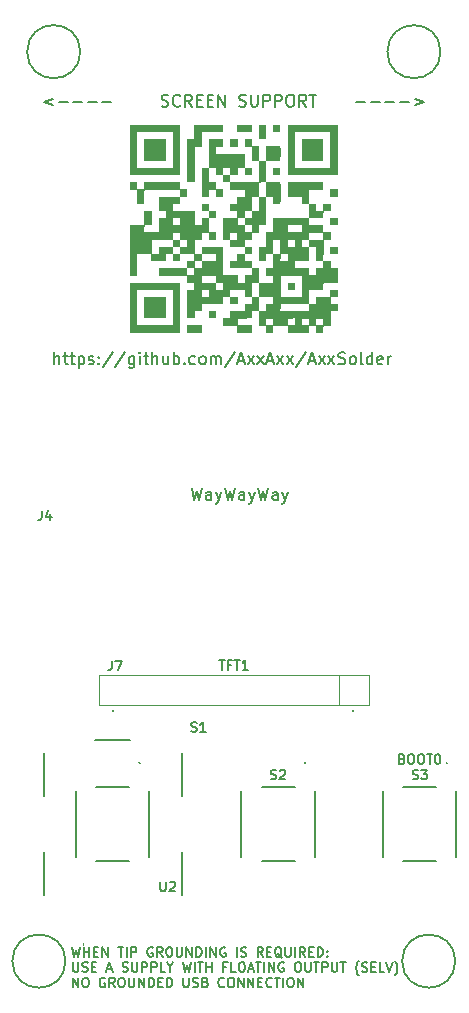
<source format=gbr>
%TF.GenerationSoftware,KiCad,Pcbnew,7.0.10*%
%TF.CreationDate,2024-09-15T12:53:52+02:00*%
%TF.ProjectId,AxxSolder,41787853-6f6c-4646-9572-2e6b69636164,rev?*%
%TF.SameCoordinates,Original*%
%TF.FileFunction,Legend,Top*%
%TF.FilePolarity,Positive*%
%FSLAX46Y46*%
G04 Gerber Fmt 4.6, Leading zero omitted, Abs format (unit mm)*
G04 Created by KiCad (PCBNEW 7.0.10) date 2024-09-15 12:53:52*
%MOMM*%
%LPD*%
G01*
G04 APERTURE LIST*
%ADD10C,0.200000*%
%ADD11C,0.150000*%
%ADD12C,0.100000*%
G04 APERTURE END LIST*
D10*
X199250000Y-147000000D02*
G75*
G03*
X194750000Y-147000000I-2250000J0D01*
G01*
X194750000Y-147000000D02*
G75*
G03*
X199250000Y-147000000I2250000J0D01*
G01*
X198000000Y-70000000D02*
G75*
G03*
X193500000Y-70000000I-2250000J0D01*
G01*
X193500000Y-70000000D02*
G75*
G03*
X198000000Y-70000000I2250000J0D01*
G01*
X167500000Y-70000000D02*
G75*
G03*
X163000000Y-70000000I-2250000J0D01*
G01*
X163000000Y-70000000D02*
G75*
G03*
X167500000Y-70000000I2250000J0D01*
G01*
X166250000Y-147000000D02*
G75*
G03*
X161750000Y-147000000I-2250000J0D01*
G01*
X161750000Y-147000000D02*
G75*
G03*
X166250000Y-147000000I2250000J0D01*
G01*
X165309522Y-96452219D02*
X165309522Y-95452219D01*
X165738093Y-96452219D02*
X165738093Y-95928409D01*
X165738093Y-95928409D02*
X165690474Y-95833171D01*
X165690474Y-95833171D02*
X165595236Y-95785552D01*
X165595236Y-95785552D02*
X165452379Y-95785552D01*
X165452379Y-95785552D02*
X165357141Y-95833171D01*
X165357141Y-95833171D02*
X165309522Y-95880790D01*
X166071427Y-95785552D02*
X166452379Y-95785552D01*
X166214284Y-95452219D02*
X166214284Y-96309361D01*
X166214284Y-96309361D02*
X166261903Y-96404600D01*
X166261903Y-96404600D02*
X166357141Y-96452219D01*
X166357141Y-96452219D02*
X166452379Y-96452219D01*
X166642856Y-95785552D02*
X167023808Y-95785552D01*
X166785713Y-95452219D02*
X166785713Y-96309361D01*
X166785713Y-96309361D02*
X166833332Y-96404600D01*
X166833332Y-96404600D02*
X166928570Y-96452219D01*
X166928570Y-96452219D02*
X167023808Y-96452219D01*
X167357142Y-95785552D02*
X167357142Y-96785552D01*
X167357142Y-95833171D02*
X167452380Y-95785552D01*
X167452380Y-95785552D02*
X167642856Y-95785552D01*
X167642856Y-95785552D02*
X167738094Y-95833171D01*
X167738094Y-95833171D02*
X167785713Y-95880790D01*
X167785713Y-95880790D02*
X167833332Y-95976028D01*
X167833332Y-95976028D02*
X167833332Y-96261742D01*
X167833332Y-96261742D02*
X167785713Y-96356980D01*
X167785713Y-96356980D02*
X167738094Y-96404600D01*
X167738094Y-96404600D02*
X167642856Y-96452219D01*
X167642856Y-96452219D02*
X167452380Y-96452219D01*
X167452380Y-96452219D02*
X167357142Y-96404600D01*
X168214285Y-96404600D02*
X168309523Y-96452219D01*
X168309523Y-96452219D02*
X168499999Y-96452219D01*
X168499999Y-96452219D02*
X168595237Y-96404600D01*
X168595237Y-96404600D02*
X168642856Y-96309361D01*
X168642856Y-96309361D02*
X168642856Y-96261742D01*
X168642856Y-96261742D02*
X168595237Y-96166504D01*
X168595237Y-96166504D02*
X168499999Y-96118885D01*
X168499999Y-96118885D02*
X168357142Y-96118885D01*
X168357142Y-96118885D02*
X168261904Y-96071266D01*
X168261904Y-96071266D02*
X168214285Y-95976028D01*
X168214285Y-95976028D02*
X168214285Y-95928409D01*
X168214285Y-95928409D02*
X168261904Y-95833171D01*
X168261904Y-95833171D02*
X168357142Y-95785552D01*
X168357142Y-95785552D02*
X168499999Y-95785552D01*
X168499999Y-95785552D02*
X168595237Y-95833171D01*
X169071428Y-96356980D02*
X169119047Y-96404600D01*
X169119047Y-96404600D02*
X169071428Y-96452219D01*
X169071428Y-96452219D02*
X169023809Y-96404600D01*
X169023809Y-96404600D02*
X169071428Y-96356980D01*
X169071428Y-96356980D02*
X169071428Y-96452219D01*
X169071428Y-95833171D02*
X169119047Y-95880790D01*
X169119047Y-95880790D02*
X169071428Y-95928409D01*
X169071428Y-95928409D02*
X169023809Y-95880790D01*
X169023809Y-95880790D02*
X169071428Y-95833171D01*
X169071428Y-95833171D02*
X169071428Y-95928409D01*
X170261903Y-95404600D02*
X169404761Y-96690314D01*
X171309522Y-95404600D02*
X170452380Y-96690314D01*
X172071427Y-95785552D02*
X172071427Y-96595076D01*
X172071427Y-96595076D02*
X172023808Y-96690314D01*
X172023808Y-96690314D02*
X171976189Y-96737933D01*
X171976189Y-96737933D02*
X171880951Y-96785552D01*
X171880951Y-96785552D02*
X171738094Y-96785552D01*
X171738094Y-96785552D02*
X171642856Y-96737933D01*
X172071427Y-96404600D02*
X171976189Y-96452219D01*
X171976189Y-96452219D02*
X171785713Y-96452219D01*
X171785713Y-96452219D02*
X171690475Y-96404600D01*
X171690475Y-96404600D02*
X171642856Y-96356980D01*
X171642856Y-96356980D02*
X171595237Y-96261742D01*
X171595237Y-96261742D02*
X171595237Y-95976028D01*
X171595237Y-95976028D02*
X171642856Y-95880790D01*
X171642856Y-95880790D02*
X171690475Y-95833171D01*
X171690475Y-95833171D02*
X171785713Y-95785552D01*
X171785713Y-95785552D02*
X171976189Y-95785552D01*
X171976189Y-95785552D02*
X172071427Y-95833171D01*
X172547618Y-96452219D02*
X172547618Y-95785552D01*
X172547618Y-95452219D02*
X172499999Y-95499838D01*
X172499999Y-95499838D02*
X172547618Y-95547457D01*
X172547618Y-95547457D02*
X172595237Y-95499838D01*
X172595237Y-95499838D02*
X172547618Y-95452219D01*
X172547618Y-95452219D02*
X172547618Y-95547457D01*
X172880951Y-95785552D02*
X173261903Y-95785552D01*
X173023808Y-95452219D02*
X173023808Y-96309361D01*
X173023808Y-96309361D02*
X173071427Y-96404600D01*
X173071427Y-96404600D02*
X173166665Y-96452219D01*
X173166665Y-96452219D02*
X173261903Y-96452219D01*
X173595237Y-96452219D02*
X173595237Y-95452219D01*
X174023808Y-96452219D02*
X174023808Y-95928409D01*
X174023808Y-95928409D02*
X173976189Y-95833171D01*
X173976189Y-95833171D02*
X173880951Y-95785552D01*
X173880951Y-95785552D02*
X173738094Y-95785552D01*
X173738094Y-95785552D02*
X173642856Y-95833171D01*
X173642856Y-95833171D02*
X173595237Y-95880790D01*
X174928570Y-95785552D02*
X174928570Y-96452219D01*
X174499999Y-95785552D02*
X174499999Y-96309361D01*
X174499999Y-96309361D02*
X174547618Y-96404600D01*
X174547618Y-96404600D02*
X174642856Y-96452219D01*
X174642856Y-96452219D02*
X174785713Y-96452219D01*
X174785713Y-96452219D02*
X174880951Y-96404600D01*
X174880951Y-96404600D02*
X174928570Y-96356980D01*
X175404761Y-96452219D02*
X175404761Y-95452219D01*
X175404761Y-95833171D02*
X175499999Y-95785552D01*
X175499999Y-95785552D02*
X175690475Y-95785552D01*
X175690475Y-95785552D02*
X175785713Y-95833171D01*
X175785713Y-95833171D02*
X175833332Y-95880790D01*
X175833332Y-95880790D02*
X175880951Y-95976028D01*
X175880951Y-95976028D02*
X175880951Y-96261742D01*
X175880951Y-96261742D02*
X175833332Y-96356980D01*
X175833332Y-96356980D02*
X175785713Y-96404600D01*
X175785713Y-96404600D02*
X175690475Y-96452219D01*
X175690475Y-96452219D02*
X175499999Y-96452219D01*
X175499999Y-96452219D02*
X175404761Y-96404600D01*
X176309523Y-96356980D02*
X176357142Y-96404600D01*
X176357142Y-96404600D02*
X176309523Y-96452219D01*
X176309523Y-96452219D02*
X176261904Y-96404600D01*
X176261904Y-96404600D02*
X176309523Y-96356980D01*
X176309523Y-96356980D02*
X176309523Y-96452219D01*
X177214284Y-96404600D02*
X177119046Y-96452219D01*
X177119046Y-96452219D02*
X176928570Y-96452219D01*
X176928570Y-96452219D02*
X176833332Y-96404600D01*
X176833332Y-96404600D02*
X176785713Y-96356980D01*
X176785713Y-96356980D02*
X176738094Y-96261742D01*
X176738094Y-96261742D02*
X176738094Y-95976028D01*
X176738094Y-95976028D02*
X176785713Y-95880790D01*
X176785713Y-95880790D02*
X176833332Y-95833171D01*
X176833332Y-95833171D02*
X176928570Y-95785552D01*
X176928570Y-95785552D02*
X177119046Y-95785552D01*
X177119046Y-95785552D02*
X177214284Y-95833171D01*
X177785713Y-96452219D02*
X177690475Y-96404600D01*
X177690475Y-96404600D02*
X177642856Y-96356980D01*
X177642856Y-96356980D02*
X177595237Y-96261742D01*
X177595237Y-96261742D02*
X177595237Y-95976028D01*
X177595237Y-95976028D02*
X177642856Y-95880790D01*
X177642856Y-95880790D02*
X177690475Y-95833171D01*
X177690475Y-95833171D02*
X177785713Y-95785552D01*
X177785713Y-95785552D02*
X177928570Y-95785552D01*
X177928570Y-95785552D02*
X178023808Y-95833171D01*
X178023808Y-95833171D02*
X178071427Y-95880790D01*
X178071427Y-95880790D02*
X178119046Y-95976028D01*
X178119046Y-95976028D02*
X178119046Y-96261742D01*
X178119046Y-96261742D02*
X178071427Y-96356980D01*
X178071427Y-96356980D02*
X178023808Y-96404600D01*
X178023808Y-96404600D02*
X177928570Y-96452219D01*
X177928570Y-96452219D02*
X177785713Y-96452219D01*
X178547618Y-96452219D02*
X178547618Y-95785552D01*
X178547618Y-95880790D02*
X178595237Y-95833171D01*
X178595237Y-95833171D02*
X178690475Y-95785552D01*
X178690475Y-95785552D02*
X178833332Y-95785552D01*
X178833332Y-95785552D02*
X178928570Y-95833171D01*
X178928570Y-95833171D02*
X178976189Y-95928409D01*
X178976189Y-95928409D02*
X178976189Y-96452219D01*
X178976189Y-95928409D02*
X179023808Y-95833171D01*
X179023808Y-95833171D02*
X179119046Y-95785552D01*
X179119046Y-95785552D02*
X179261903Y-95785552D01*
X179261903Y-95785552D02*
X179357142Y-95833171D01*
X179357142Y-95833171D02*
X179404761Y-95928409D01*
X179404761Y-95928409D02*
X179404761Y-96452219D01*
X180595236Y-95404600D02*
X179738094Y-96690314D01*
X180880951Y-96166504D02*
X181357141Y-96166504D01*
X180785713Y-96452219D02*
X181119046Y-95452219D01*
X181119046Y-95452219D02*
X181452379Y-96452219D01*
X181690475Y-96452219D02*
X182214284Y-95785552D01*
X181690475Y-95785552D02*
X182214284Y-96452219D01*
X182499999Y-96452219D02*
X183023808Y-95785552D01*
X182499999Y-95785552D02*
X183023808Y-96452219D01*
X183357142Y-96166504D02*
X183833332Y-96166504D01*
X183261904Y-96452219D02*
X183595237Y-95452219D01*
X183595237Y-95452219D02*
X183928570Y-96452219D01*
X184166666Y-96452219D02*
X184690475Y-95785552D01*
X184166666Y-95785552D02*
X184690475Y-96452219D01*
X184976190Y-96452219D02*
X185499999Y-95785552D01*
X184976190Y-95785552D02*
X185499999Y-96452219D01*
X186595237Y-95404600D02*
X185738095Y-96690314D01*
X186880952Y-96166504D02*
X187357142Y-96166504D01*
X186785714Y-96452219D02*
X187119047Y-95452219D01*
X187119047Y-95452219D02*
X187452380Y-96452219D01*
X187690476Y-96452219D02*
X188214285Y-95785552D01*
X187690476Y-95785552D02*
X188214285Y-96452219D01*
X188500000Y-96452219D02*
X189023809Y-95785552D01*
X188500000Y-95785552D02*
X189023809Y-96452219D01*
X189357143Y-96404600D02*
X189500000Y-96452219D01*
X189500000Y-96452219D02*
X189738095Y-96452219D01*
X189738095Y-96452219D02*
X189833333Y-96404600D01*
X189833333Y-96404600D02*
X189880952Y-96356980D01*
X189880952Y-96356980D02*
X189928571Y-96261742D01*
X189928571Y-96261742D02*
X189928571Y-96166504D01*
X189928571Y-96166504D02*
X189880952Y-96071266D01*
X189880952Y-96071266D02*
X189833333Y-96023647D01*
X189833333Y-96023647D02*
X189738095Y-95976028D01*
X189738095Y-95976028D02*
X189547619Y-95928409D01*
X189547619Y-95928409D02*
X189452381Y-95880790D01*
X189452381Y-95880790D02*
X189404762Y-95833171D01*
X189404762Y-95833171D02*
X189357143Y-95737933D01*
X189357143Y-95737933D02*
X189357143Y-95642695D01*
X189357143Y-95642695D02*
X189404762Y-95547457D01*
X189404762Y-95547457D02*
X189452381Y-95499838D01*
X189452381Y-95499838D02*
X189547619Y-95452219D01*
X189547619Y-95452219D02*
X189785714Y-95452219D01*
X189785714Y-95452219D02*
X189928571Y-95499838D01*
X190500000Y-96452219D02*
X190404762Y-96404600D01*
X190404762Y-96404600D02*
X190357143Y-96356980D01*
X190357143Y-96356980D02*
X190309524Y-96261742D01*
X190309524Y-96261742D02*
X190309524Y-95976028D01*
X190309524Y-95976028D02*
X190357143Y-95880790D01*
X190357143Y-95880790D02*
X190404762Y-95833171D01*
X190404762Y-95833171D02*
X190500000Y-95785552D01*
X190500000Y-95785552D02*
X190642857Y-95785552D01*
X190642857Y-95785552D02*
X190738095Y-95833171D01*
X190738095Y-95833171D02*
X190785714Y-95880790D01*
X190785714Y-95880790D02*
X190833333Y-95976028D01*
X190833333Y-95976028D02*
X190833333Y-96261742D01*
X190833333Y-96261742D02*
X190785714Y-96356980D01*
X190785714Y-96356980D02*
X190738095Y-96404600D01*
X190738095Y-96404600D02*
X190642857Y-96452219D01*
X190642857Y-96452219D02*
X190500000Y-96452219D01*
X191404762Y-96452219D02*
X191309524Y-96404600D01*
X191309524Y-96404600D02*
X191261905Y-96309361D01*
X191261905Y-96309361D02*
X191261905Y-95452219D01*
X192214286Y-96452219D02*
X192214286Y-95452219D01*
X192214286Y-96404600D02*
X192119048Y-96452219D01*
X192119048Y-96452219D02*
X191928572Y-96452219D01*
X191928572Y-96452219D02*
X191833334Y-96404600D01*
X191833334Y-96404600D02*
X191785715Y-96356980D01*
X191785715Y-96356980D02*
X191738096Y-96261742D01*
X191738096Y-96261742D02*
X191738096Y-95976028D01*
X191738096Y-95976028D02*
X191785715Y-95880790D01*
X191785715Y-95880790D02*
X191833334Y-95833171D01*
X191833334Y-95833171D02*
X191928572Y-95785552D01*
X191928572Y-95785552D02*
X192119048Y-95785552D01*
X192119048Y-95785552D02*
X192214286Y-95833171D01*
X193071429Y-96404600D02*
X192976191Y-96452219D01*
X192976191Y-96452219D02*
X192785715Y-96452219D01*
X192785715Y-96452219D02*
X192690477Y-96404600D01*
X192690477Y-96404600D02*
X192642858Y-96309361D01*
X192642858Y-96309361D02*
X192642858Y-95928409D01*
X192642858Y-95928409D02*
X192690477Y-95833171D01*
X192690477Y-95833171D02*
X192785715Y-95785552D01*
X192785715Y-95785552D02*
X192976191Y-95785552D01*
X192976191Y-95785552D02*
X193071429Y-95833171D01*
X193071429Y-95833171D02*
X193119048Y-95928409D01*
X193119048Y-95928409D02*
X193119048Y-96023647D01*
X193119048Y-96023647D02*
X192642858Y-96118885D01*
X193547620Y-96452219D02*
X193547620Y-95785552D01*
X193547620Y-95976028D02*
X193595239Y-95880790D01*
X193595239Y-95880790D02*
X193642858Y-95833171D01*
X193642858Y-95833171D02*
X193738096Y-95785552D01*
X193738096Y-95785552D02*
X193833334Y-95785552D01*
X176928571Y-106952219D02*
X177166666Y-107952219D01*
X177166666Y-107952219D02*
X177357142Y-107237933D01*
X177357142Y-107237933D02*
X177547618Y-107952219D01*
X177547618Y-107952219D02*
X177785714Y-106952219D01*
X178595237Y-107952219D02*
X178595237Y-107428409D01*
X178595237Y-107428409D02*
X178547618Y-107333171D01*
X178547618Y-107333171D02*
X178452380Y-107285552D01*
X178452380Y-107285552D02*
X178261904Y-107285552D01*
X178261904Y-107285552D02*
X178166666Y-107333171D01*
X178595237Y-107904600D02*
X178499999Y-107952219D01*
X178499999Y-107952219D02*
X178261904Y-107952219D01*
X178261904Y-107952219D02*
X178166666Y-107904600D01*
X178166666Y-107904600D02*
X178119047Y-107809361D01*
X178119047Y-107809361D02*
X178119047Y-107714123D01*
X178119047Y-107714123D02*
X178166666Y-107618885D01*
X178166666Y-107618885D02*
X178261904Y-107571266D01*
X178261904Y-107571266D02*
X178499999Y-107571266D01*
X178499999Y-107571266D02*
X178595237Y-107523647D01*
X178976190Y-107285552D02*
X179214285Y-107952219D01*
X179452380Y-107285552D02*
X179214285Y-107952219D01*
X179214285Y-107952219D02*
X179119047Y-108190314D01*
X179119047Y-108190314D02*
X179071428Y-108237933D01*
X179071428Y-108237933D02*
X178976190Y-108285552D01*
X179738095Y-106952219D02*
X179976190Y-107952219D01*
X179976190Y-107952219D02*
X180166666Y-107237933D01*
X180166666Y-107237933D02*
X180357142Y-107952219D01*
X180357142Y-107952219D02*
X180595238Y-106952219D01*
X181404761Y-107952219D02*
X181404761Y-107428409D01*
X181404761Y-107428409D02*
X181357142Y-107333171D01*
X181357142Y-107333171D02*
X181261904Y-107285552D01*
X181261904Y-107285552D02*
X181071428Y-107285552D01*
X181071428Y-107285552D02*
X180976190Y-107333171D01*
X181404761Y-107904600D02*
X181309523Y-107952219D01*
X181309523Y-107952219D02*
X181071428Y-107952219D01*
X181071428Y-107952219D02*
X180976190Y-107904600D01*
X180976190Y-107904600D02*
X180928571Y-107809361D01*
X180928571Y-107809361D02*
X180928571Y-107714123D01*
X180928571Y-107714123D02*
X180976190Y-107618885D01*
X180976190Y-107618885D02*
X181071428Y-107571266D01*
X181071428Y-107571266D02*
X181309523Y-107571266D01*
X181309523Y-107571266D02*
X181404761Y-107523647D01*
X181785714Y-107285552D02*
X182023809Y-107952219D01*
X182261904Y-107285552D02*
X182023809Y-107952219D01*
X182023809Y-107952219D02*
X181928571Y-108190314D01*
X181928571Y-108190314D02*
X181880952Y-108237933D01*
X181880952Y-108237933D02*
X181785714Y-108285552D01*
X182547619Y-106952219D02*
X182785714Y-107952219D01*
X182785714Y-107952219D02*
X182976190Y-107237933D01*
X182976190Y-107237933D02*
X183166666Y-107952219D01*
X183166666Y-107952219D02*
X183404762Y-106952219D01*
X184214285Y-107952219D02*
X184214285Y-107428409D01*
X184214285Y-107428409D02*
X184166666Y-107333171D01*
X184166666Y-107333171D02*
X184071428Y-107285552D01*
X184071428Y-107285552D02*
X183880952Y-107285552D01*
X183880952Y-107285552D02*
X183785714Y-107333171D01*
X184214285Y-107904600D02*
X184119047Y-107952219D01*
X184119047Y-107952219D02*
X183880952Y-107952219D01*
X183880952Y-107952219D02*
X183785714Y-107904600D01*
X183785714Y-107904600D02*
X183738095Y-107809361D01*
X183738095Y-107809361D02*
X183738095Y-107714123D01*
X183738095Y-107714123D02*
X183785714Y-107618885D01*
X183785714Y-107618885D02*
X183880952Y-107571266D01*
X183880952Y-107571266D02*
X184119047Y-107571266D01*
X184119047Y-107571266D02*
X184214285Y-107523647D01*
X184595238Y-107285552D02*
X184833333Y-107952219D01*
X185071428Y-107285552D02*
X184833333Y-107952219D01*
X184833333Y-107952219D02*
X184738095Y-108190314D01*
X184738095Y-108190314D02*
X184690476Y-108237933D01*
X184690476Y-108237933D02*
X184595238Y-108285552D01*
X165190476Y-73985552D02*
X164428571Y-74271266D01*
X164428571Y-74271266D02*
X165190476Y-74556980D01*
X165666666Y-74271266D02*
X166428571Y-74271266D01*
X166904761Y-74271266D02*
X167666666Y-74271266D01*
X168142856Y-74271266D02*
X168904761Y-74271266D01*
X169380951Y-74271266D02*
X170142856Y-74271266D01*
X174380952Y-74604600D02*
X174523809Y-74652219D01*
X174523809Y-74652219D02*
X174761904Y-74652219D01*
X174761904Y-74652219D02*
X174857142Y-74604600D01*
X174857142Y-74604600D02*
X174904761Y-74556980D01*
X174904761Y-74556980D02*
X174952380Y-74461742D01*
X174952380Y-74461742D02*
X174952380Y-74366504D01*
X174952380Y-74366504D02*
X174904761Y-74271266D01*
X174904761Y-74271266D02*
X174857142Y-74223647D01*
X174857142Y-74223647D02*
X174761904Y-74176028D01*
X174761904Y-74176028D02*
X174571428Y-74128409D01*
X174571428Y-74128409D02*
X174476190Y-74080790D01*
X174476190Y-74080790D02*
X174428571Y-74033171D01*
X174428571Y-74033171D02*
X174380952Y-73937933D01*
X174380952Y-73937933D02*
X174380952Y-73842695D01*
X174380952Y-73842695D02*
X174428571Y-73747457D01*
X174428571Y-73747457D02*
X174476190Y-73699838D01*
X174476190Y-73699838D02*
X174571428Y-73652219D01*
X174571428Y-73652219D02*
X174809523Y-73652219D01*
X174809523Y-73652219D02*
X174952380Y-73699838D01*
X175952380Y-74556980D02*
X175904761Y-74604600D01*
X175904761Y-74604600D02*
X175761904Y-74652219D01*
X175761904Y-74652219D02*
X175666666Y-74652219D01*
X175666666Y-74652219D02*
X175523809Y-74604600D01*
X175523809Y-74604600D02*
X175428571Y-74509361D01*
X175428571Y-74509361D02*
X175380952Y-74414123D01*
X175380952Y-74414123D02*
X175333333Y-74223647D01*
X175333333Y-74223647D02*
X175333333Y-74080790D01*
X175333333Y-74080790D02*
X175380952Y-73890314D01*
X175380952Y-73890314D02*
X175428571Y-73795076D01*
X175428571Y-73795076D02*
X175523809Y-73699838D01*
X175523809Y-73699838D02*
X175666666Y-73652219D01*
X175666666Y-73652219D02*
X175761904Y-73652219D01*
X175761904Y-73652219D02*
X175904761Y-73699838D01*
X175904761Y-73699838D02*
X175952380Y-73747457D01*
X176952380Y-74652219D02*
X176619047Y-74176028D01*
X176380952Y-74652219D02*
X176380952Y-73652219D01*
X176380952Y-73652219D02*
X176761904Y-73652219D01*
X176761904Y-73652219D02*
X176857142Y-73699838D01*
X176857142Y-73699838D02*
X176904761Y-73747457D01*
X176904761Y-73747457D02*
X176952380Y-73842695D01*
X176952380Y-73842695D02*
X176952380Y-73985552D01*
X176952380Y-73985552D02*
X176904761Y-74080790D01*
X176904761Y-74080790D02*
X176857142Y-74128409D01*
X176857142Y-74128409D02*
X176761904Y-74176028D01*
X176761904Y-74176028D02*
X176380952Y-74176028D01*
X177380952Y-74128409D02*
X177714285Y-74128409D01*
X177857142Y-74652219D02*
X177380952Y-74652219D01*
X177380952Y-74652219D02*
X177380952Y-73652219D01*
X177380952Y-73652219D02*
X177857142Y-73652219D01*
X178285714Y-74128409D02*
X178619047Y-74128409D01*
X178761904Y-74652219D02*
X178285714Y-74652219D01*
X178285714Y-74652219D02*
X178285714Y-73652219D01*
X178285714Y-73652219D02*
X178761904Y-73652219D01*
X179190476Y-74652219D02*
X179190476Y-73652219D01*
X179190476Y-73652219D02*
X179761904Y-74652219D01*
X179761904Y-74652219D02*
X179761904Y-73652219D01*
X180952381Y-74604600D02*
X181095238Y-74652219D01*
X181095238Y-74652219D02*
X181333333Y-74652219D01*
X181333333Y-74652219D02*
X181428571Y-74604600D01*
X181428571Y-74604600D02*
X181476190Y-74556980D01*
X181476190Y-74556980D02*
X181523809Y-74461742D01*
X181523809Y-74461742D02*
X181523809Y-74366504D01*
X181523809Y-74366504D02*
X181476190Y-74271266D01*
X181476190Y-74271266D02*
X181428571Y-74223647D01*
X181428571Y-74223647D02*
X181333333Y-74176028D01*
X181333333Y-74176028D02*
X181142857Y-74128409D01*
X181142857Y-74128409D02*
X181047619Y-74080790D01*
X181047619Y-74080790D02*
X181000000Y-74033171D01*
X181000000Y-74033171D02*
X180952381Y-73937933D01*
X180952381Y-73937933D02*
X180952381Y-73842695D01*
X180952381Y-73842695D02*
X181000000Y-73747457D01*
X181000000Y-73747457D02*
X181047619Y-73699838D01*
X181047619Y-73699838D02*
X181142857Y-73652219D01*
X181142857Y-73652219D02*
X181380952Y-73652219D01*
X181380952Y-73652219D02*
X181523809Y-73699838D01*
X181952381Y-73652219D02*
X181952381Y-74461742D01*
X181952381Y-74461742D02*
X182000000Y-74556980D01*
X182000000Y-74556980D02*
X182047619Y-74604600D01*
X182047619Y-74604600D02*
X182142857Y-74652219D01*
X182142857Y-74652219D02*
X182333333Y-74652219D01*
X182333333Y-74652219D02*
X182428571Y-74604600D01*
X182428571Y-74604600D02*
X182476190Y-74556980D01*
X182476190Y-74556980D02*
X182523809Y-74461742D01*
X182523809Y-74461742D02*
X182523809Y-73652219D01*
X183000000Y-74652219D02*
X183000000Y-73652219D01*
X183000000Y-73652219D02*
X183380952Y-73652219D01*
X183380952Y-73652219D02*
X183476190Y-73699838D01*
X183476190Y-73699838D02*
X183523809Y-73747457D01*
X183523809Y-73747457D02*
X183571428Y-73842695D01*
X183571428Y-73842695D02*
X183571428Y-73985552D01*
X183571428Y-73985552D02*
X183523809Y-74080790D01*
X183523809Y-74080790D02*
X183476190Y-74128409D01*
X183476190Y-74128409D02*
X183380952Y-74176028D01*
X183380952Y-74176028D02*
X183000000Y-74176028D01*
X184000000Y-74652219D02*
X184000000Y-73652219D01*
X184000000Y-73652219D02*
X184380952Y-73652219D01*
X184380952Y-73652219D02*
X184476190Y-73699838D01*
X184476190Y-73699838D02*
X184523809Y-73747457D01*
X184523809Y-73747457D02*
X184571428Y-73842695D01*
X184571428Y-73842695D02*
X184571428Y-73985552D01*
X184571428Y-73985552D02*
X184523809Y-74080790D01*
X184523809Y-74080790D02*
X184476190Y-74128409D01*
X184476190Y-74128409D02*
X184380952Y-74176028D01*
X184380952Y-74176028D02*
X184000000Y-74176028D01*
X185190476Y-73652219D02*
X185380952Y-73652219D01*
X185380952Y-73652219D02*
X185476190Y-73699838D01*
X185476190Y-73699838D02*
X185571428Y-73795076D01*
X185571428Y-73795076D02*
X185619047Y-73985552D01*
X185619047Y-73985552D02*
X185619047Y-74318885D01*
X185619047Y-74318885D02*
X185571428Y-74509361D01*
X185571428Y-74509361D02*
X185476190Y-74604600D01*
X185476190Y-74604600D02*
X185380952Y-74652219D01*
X185380952Y-74652219D02*
X185190476Y-74652219D01*
X185190476Y-74652219D02*
X185095238Y-74604600D01*
X185095238Y-74604600D02*
X185000000Y-74509361D01*
X185000000Y-74509361D02*
X184952381Y-74318885D01*
X184952381Y-74318885D02*
X184952381Y-73985552D01*
X184952381Y-73985552D02*
X185000000Y-73795076D01*
X185000000Y-73795076D02*
X185095238Y-73699838D01*
X185095238Y-73699838D02*
X185190476Y-73652219D01*
X186619047Y-74652219D02*
X186285714Y-74176028D01*
X186047619Y-74652219D02*
X186047619Y-73652219D01*
X186047619Y-73652219D02*
X186428571Y-73652219D01*
X186428571Y-73652219D02*
X186523809Y-73699838D01*
X186523809Y-73699838D02*
X186571428Y-73747457D01*
X186571428Y-73747457D02*
X186619047Y-73842695D01*
X186619047Y-73842695D02*
X186619047Y-73985552D01*
X186619047Y-73985552D02*
X186571428Y-74080790D01*
X186571428Y-74080790D02*
X186523809Y-74128409D01*
X186523809Y-74128409D02*
X186428571Y-74176028D01*
X186428571Y-74176028D02*
X186047619Y-74176028D01*
X186904762Y-73652219D02*
X187476190Y-73652219D01*
X187190476Y-74652219D02*
X187190476Y-73652219D01*
X190857144Y-74271266D02*
X191619049Y-74271266D01*
X192095239Y-74271266D02*
X192857144Y-74271266D01*
X193333334Y-74271266D02*
X194095239Y-74271266D01*
X194571429Y-74271266D02*
X195333334Y-74271266D01*
X195809524Y-73985552D02*
X196571429Y-74271266D01*
X196571429Y-74271266D02*
X195809524Y-74556980D01*
D11*
X194755826Y-129875247D02*
X194870112Y-129913342D01*
X194870112Y-129913342D02*
X194908207Y-129951438D01*
X194908207Y-129951438D02*
X194946303Y-130027628D01*
X194946303Y-130027628D02*
X194946303Y-130141914D01*
X194946303Y-130141914D02*
X194908207Y-130218104D01*
X194908207Y-130218104D02*
X194870112Y-130256200D01*
X194870112Y-130256200D02*
X194793922Y-130294295D01*
X194793922Y-130294295D02*
X194489160Y-130294295D01*
X194489160Y-130294295D02*
X194489160Y-129494295D01*
X194489160Y-129494295D02*
X194755826Y-129494295D01*
X194755826Y-129494295D02*
X194832017Y-129532390D01*
X194832017Y-129532390D02*
X194870112Y-129570485D01*
X194870112Y-129570485D02*
X194908207Y-129646676D01*
X194908207Y-129646676D02*
X194908207Y-129722866D01*
X194908207Y-129722866D02*
X194870112Y-129799057D01*
X194870112Y-129799057D02*
X194832017Y-129837152D01*
X194832017Y-129837152D02*
X194755826Y-129875247D01*
X194755826Y-129875247D02*
X194489160Y-129875247D01*
X195441541Y-129494295D02*
X195593922Y-129494295D01*
X195593922Y-129494295D02*
X195670112Y-129532390D01*
X195670112Y-129532390D02*
X195746303Y-129608580D01*
X195746303Y-129608580D02*
X195784398Y-129760961D01*
X195784398Y-129760961D02*
X195784398Y-130027628D01*
X195784398Y-130027628D02*
X195746303Y-130180009D01*
X195746303Y-130180009D02*
X195670112Y-130256200D01*
X195670112Y-130256200D02*
X195593922Y-130294295D01*
X195593922Y-130294295D02*
X195441541Y-130294295D01*
X195441541Y-130294295D02*
X195365350Y-130256200D01*
X195365350Y-130256200D02*
X195289160Y-130180009D01*
X195289160Y-130180009D02*
X195251064Y-130027628D01*
X195251064Y-130027628D02*
X195251064Y-129760961D01*
X195251064Y-129760961D02*
X195289160Y-129608580D01*
X195289160Y-129608580D02*
X195365350Y-129532390D01*
X195365350Y-129532390D02*
X195441541Y-129494295D01*
X196279636Y-129494295D02*
X196432017Y-129494295D01*
X196432017Y-129494295D02*
X196508207Y-129532390D01*
X196508207Y-129532390D02*
X196584398Y-129608580D01*
X196584398Y-129608580D02*
X196622493Y-129760961D01*
X196622493Y-129760961D02*
X196622493Y-130027628D01*
X196622493Y-130027628D02*
X196584398Y-130180009D01*
X196584398Y-130180009D02*
X196508207Y-130256200D01*
X196508207Y-130256200D02*
X196432017Y-130294295D01*
X196432017Y-130294295D02*
X196279636Y-130294295D01*
X196279636Y-130294295D02*
X196203445Y-130256200D01*
X196203445Y-130256200D02*
X196127255Y-130180009D01*
X196127255Y-130180009D02*
X196089159Y-130027628D01*
X196089159Y-130027628D02*
X196089159Y-129760961D01*
X196089159Y-129760961D02*
X196127255Y-129608580D01*
X196127255Y-129608580D02*
X196203445Y-129532390D01*
X196203445Y-129532390D02*
X196279636Y-129494295D01*
X196851064Y-129494295D02*
X197308207Y-129494295D01*
X197079635Y-130294295D02*
X197079635Y-129494295D01*
X197727255Y-129494295D02*
X197803445Y-129494295D01*
X197803445Y-129494295D02*
X197879636Y-129532390D01*
X197879636Y-129532390D02*
X197917731Y-129570485D01*
X197917731Y-129570485D02*
X197955826Y-129646676D01*
X197955826Y-129646676D02*
X197993921Y-129799057D01*
X197993921Y-129799057D02*
X197993921Y-129989533D01*
X197993921Y-129989533D02*
X197955826Y-130141914D01*
X197955826Y-130141914D02*
X197917731Y-130218104D01*
X197917731Y-130218104D02*
X197879636Y-130256200D01*
X197879636Y-130256200D02*
X197803445Y-130294295D01*
X197803445Y-130294295D02*
X197727255Y-130294295D01*
X197727255Y-130294295D02*
X197651064Y-130256200D01*
X197651064Y-130256200D02*
X197612969Y-130218104D01*
X197612969Y-130218104D02*
X197574874Y-130141914D01*
X197574874Y-130141914D02*
X197536778Y-129989533D01*
X197536778Y-129989533D02*
X197536778Y-129799057D01*
X197536778Y-129799057D02*
X197574874Y-129646676D01*
X197574874Y-129646676D02*
X197612969Y-129570485D01*
X197612969Y-129570485D02*
X197651064Y-129532390D01*
X197651064Y-129532390D02*
X197727255Y-129494295D01*
X166812969Y-145818295D02*
X167003445Y-146618295D01*
X167003445Y-146618295D02*
X167155826Y-146046866D01*
X167155826Y-146046866D02*
X167308207Y-146618295D01*
X167308207Y-146618295D02*
X167498684Y-145818295D01*
X167803446Y-146618295D02*
X167803446Y-145818295D01*
X167803446Y-146199247D02*
X168260589Y-146199247D01*
X168260589Y-146618295D02*
X168260589Y-145818295D01*
X168641541Y-146199247D02*
X168908207Y-146199247D01*
X169022493Y-146618295D02*
X168641541Y-146618295D01*
X168641541Y-146618295D02*
X168641541Y-145818295D01*
X168641541Y-145818295D02*
X169022493Y-145818295D01*
X169365351Y-146618295D02*
X169365351Y-145818295D01*
X169365351Y-145818295D02*
X169822494Y-146618295D01*
X169822494Y-146618295D02*
X169822494Y-145818295D01*
X170698684Y-145818295D02*
X171155827Y-145818295D01*
X170927255Y-146618295D02*
X170927255Y-145818295D01*
X171422494Y-146618295D02*
X171422494Y-145818295D01*
X171803446Y-146618295D02*
X171803446Y-145818295D01*
X171803446Y-145818295D02*
X172108208Y-145818295D01*
X172108208Y-145818295D02*
X172184398Y-145856390D01*
X172184398Y-145856390D02*
X172222493Y-145894485D01*
X172222493Y-145894485D02*
X172260589Y-145970676D01*
X172260589Y-145970676D02*
X172260589Y-146084961D01*
X172260589Y-146084961D02*
X172222493Y-146161152D01*
X172222493Y-146161152D02*
X172184398Y-146199247D01*
X172184398Y-146199247D02*
X172108208Y-146237342D01*
X172108208Y-146237342D02*
X171803446Y-146237342D01*
X173632017Y-145856390D02*
X173555827Y-145818295D01*
X173555827Y-145818295D02*
X173441541Y-145818295D01*
X173441541Y-145818295D02*
X173327255Y-145856390D01*
X173327255Y-145856390D02*
X173251065Y-145932580D01*
X173251065Y-145932580D02*
X173212970Y-146008771D01*
X173212970Y-146008771D02*
X173174874Y-146161152D01*
X173174874Y-146161152D02*
X173174874Y-146275438D01*
X173174874Y-146275438D02*
X173212970Y-146427819D01*
X173212970Y-146427819D02*
X173251065Y-146504009D01*
X173251065Y-146504009D02*
X173327255Y-146580200D01*
X173327255Y-146580200D02*
X173441541Y-146618295D01*
X173441541Y-146618295D02*
X173517732Y-146618295D01*
X173517732Y-146618295D02*
X173632017Y-146580200D01*
X173632017Y-146580200D02*
X173670113Y-146542104D01*
X173670113Y-146542104D02*
X173670113Y-146275438D01*
X173670113Y-146275438D02*
X173517732Y-146275438D01*
X174470113Y-146618295D02*
X174203446Y-146237342D01*
X174012970Y-146618295D02*
X174012970Y-145818295D01*
X174012970Y-145818295D02*
X174317732Y-145818295D01*
X174317732Y-145818295D02*
X174393922Y-145856390D01*
X174393922Y-145856390D02*
X174432017Y-145894485D01*
X174432017Y-145894485D02*
X174470113Y-145970676D01*
X174470113Y-145970676D02*
X174470113Y-146084961D01*
X174470113Y-146084961D02*
X174432017Y-146161152D01*
X174432017Y-146161152D02*
X174393922Y-146199247D01*
X174393922Y-146199247D02*
X174317732Y-146237342D01*
X174317732Y-146237342D02*
X174012970Y-146237342D01*
X174965351Y-145818295D02*
X175117732Y-145818295D01*
X175117732Y-145818295D02*
X175193922Y-145856390D01*
X175193922Y-145856390D02*
X175270113Y-145932580D01*
X175270113Y-145932580D02*
X175308208Y-146084961D01*
X175308208Y-146084961D02*
X175308208Y-146351628D01*
X175308208Y-146351628D02*
X175270113Y-146504009D01*
X175270113Y-146504009D02*
X175193922Y-146580200D01*
X175193922Y-146580200D02*
X175117732Y-146618295D01*
X175117732Y-146618295D02*
X174965351Y-146618295D01*
X174965351Y-146618295D02*
X174889160Y-146580200D01*
X174889160Y-146580200D02*
X174812970Y-146504009D01*
X174812970Y-146504009D02*
X174774874Y-146351628D01*
X174774874Y-146351628D02*
X174774874Y-146084961D01*
X174774874Y-146084961D02*
X174812970Y-145932580D01*
X174812970Y-145932580D02*
X174889160Y-145856390D01*
X174889160Y-145856390D02*
X174965351Y-145818295D01*
X175651065Y-145818295D02*
X175651065Y-146465914D01*
X175651065Y-146465914D02*
X175689160Y-146542104D01*
X175689160Y-146542104D02*
X175727255Y-146580200D01*
X175727255Y-146580200D02*
X175803446Y-146618295D01*
X175803446Y-146618295D02*
X175955827Y-146618295D01*
X175955827Y-146618295D02*
X176032017Y-146580200D01*
X176032017Y-146580200D02*
X176070112Y-146542104D01*
X176070112Y-146542104D02*
X176108208Y-146465914D01*
X176108208Y-146465914D02*
X176108208Y-145818295D01*
X176489160Y-146618295D02*
X176489160Y-145818295D01*
X176489160Y-145818295D02*
X176946303Y-146618295D01*
X176946303Y-146618295D02*
X176946303Y-145818295D01*
X177327255Y-146618295D02*
X177327255Y-145818295D01*
X177327255Y-145818295D02*
X177517731Y-145818295D01*
X177517731Y-145818295D02*
X177632017Y-145856390D01*
X177632017Y-145856390D02*
X177708207Y-145932580D01*
X177708207Y-145932580D02*
X177746302Y-146008771D01*
X177746302Y-146008771D02*
X177784398Y-146161152D01*
X177784398Y-146161152D02*
X177784398Y-146275438D01*
X177784398Y-146275438D02*
X177746302Y-146427819D01*
X177746302Y-146427819D02*
X177708207Y-146504009D01*
X177708207Y-146504009D02*
X177632017Y-146580200D01*
X177632017Y-146580200D02*
X177517731Y-146618295D01*
X177517731Y-146618295D02*
X177327255Y-146618295D01*
X178127255Y-146618295D02*
X178127255Y-145818295D01*
X178508207Y-146618295D02*
X178508207Y-145818295D01*
X178508207Y-145818295D02*
X178965350Y-146618295D01*
X178965350Y-146618295D02*
X178965350Y-145818295D01*
X179765349Y-145856390D02*
X179689159Y-145818295D01*
X179689159Y-145818295D02*
X179574873Y-145818295D01*
X179574873Y-145818295D02*
X179460587Y-145856390D01*
X179460587Y-145856390D02*
X179384397Y-145932580D01*
X179384397Y-145932580D02*
X179346302Y-146008771D01*
X179346302Y-146008771D02*
X179308206Y-146161152D01*
X179308206Y-146161152D02*
X179308206Y-146275438D01*
X179308206Y-146275438D02*
X179346302Y-146427819D01*
X179346302Y-146427819D02*
X179384397Y-146504009D01*
X179384397Y-146504009D02*
X179460587Y-146580200D01*
X179460587Y-146580200D02*
X179574873Y-146618295D01*
X179574873Y-146618295D02*
X179651064Y-146618295D01*
X179651064Y-146618295D02*
X179765349Y-146580200D01*
X179765349Y-146580200D02*
X179803445Y-146542104D01*
X179803445Y-146542104D02*
X179803445Y-146275438D01*
X179803445Y-146275438D02*
X179651064Y-146275438D01*
X180755826Y-146618295D02*
X180755826Y-145818295D01*
X181098682Y-146580200D02*
X181212968Y-146618295D01*
X181212968Y-146618295D02*
X181403444Y-146618295D01*
X181403444Y-146618295D02*
X181479635Y-146580200D01*
X181479635Y-146580200D02*
X181517730Y-146542104D01*
X181517730Y-146542104D02*
X181555825Y-146465914D01*
X181555825Y-146465914D02*
X181555825Y-146389723D01*
X181555825Y-146389723D02*
X181517730Y-146313533D01*
X181517730Y-146313533D02*
X181479635Y-146275438D01*
X181479635Y-146275438D02*
X181403444Y-146237342D01*
X181403444Y-146237342D02*
X181251063Y-146199247D01*
X181251063Y-146199247D02*
X181174873Y-146161152D01*
X181174873Y-146161152D02*
X181136778Y-146123057D01*
X181136778Y-146123057D02*
X181098682Y-146046866D01*
X181098682Y-146046866D02*
X181098682Y-145970676D01*
X181098682Y-145970676D02*
X181136778Y-145894485D01*
X181136778Y-145894485D02*
X181174873Y-145856390D01*
X181174873Y-145856390D02*
X181251063Y-145818295D01*
X181251063Y-145818295D02*
X181441540Y-145818295D01*
X181441540Y-145818295D02*
X181555825Y-145856390D01*
X182965350Y-146618295D02*
X182698683Y-146237342D01*
X182508207Y-146618295D02*
X182508207Y-145818295D01*
X182508207Y-145818295D02*
X182812969Y-145818295D01*
X182812969Y-145818295D02*
X182889159Y-145856390D01*
X182889159Y-145856390D02*
X182927254Y-145894485D01*
X182927254Y-145894485D02*
X182965350Y-145970676D01*
X182965350Y-145970676D02*
X182965350Y-146084961D01*
X182965350Y-146084961D02*
X182927254Y-146161152D01*
X182927254Y-146161152D02*
X182889159Y-146199247D01*
X182889159Y-146199247D02*
X182812969Y-146237342D01*
X182812969Y-146237342D02*
X182508207Y-146237342D01*
X183308207Y-146199247D02*
X183574873Y-146199247D01*
X183689159Y-146618295D02*
X183308207Y-146618295D01*
X183308207Y-146618295D02*
X183308207Y-145818295D01*
X183308207Y-145818295D02*
X183689159Y-145818295D01*
X184565350Y-146694485D02*
X184489160Y-146656390D01*
X184489160Y-146656390D02*
X184412969Y-146580200D01*
X184412969Y-146580200D02*
X184298683Y-146465914D01*
X184298683Y-146465914D02*
X184222493Y-146427819D01*
X184222493Y-146427819D02*
X184146302Y-146427819D01*
X184184398Y-146618295D02*
X184108207Y-146580200D01*
X184108207Y-146580200D02*
X184032017Y-146504009D01*
X184032017Y-146504009D02*
X183993921Y-146351628D01*
X183993921Y-146351628D02*
X183993921Y-146084961D01*
X183993921Y-146084961D02*
X184032017Y-145932580D01*
X184032017Y-145932580D02*
X184108207Y-145856390D01*
X184108207Y-145856390D02*
X184184398Y-145818295D01*
X184184398Y-145818295D02*
X184336779Y-145818295D01*
X184336779Y-145818295D02*
X184412969Y-145856390D01*
X184412969Y-145856390D02*
X184489160Y-145932580D01*
X184489160Y-145932580D02*
X184527255Y-146084961D01*
X184527255Y-146084961D02*
X184527255Y-146351628D01*
X184527255Y-146351628D02*
X184489160Y-146504009D01*
X184489160Y-146504009D02*
X184412969Y-146580200D01*
X184412969Y-146580200D02*
X184336779Y-146618295D01*
X184336779Y-146618295D02*
X184184398Y-146618295D01*
X184870112Y-145818295D02*
X184870112Y-146465914D01*
X184870112Y-146465914D02*
X184908207Y-146542104D01*
X184908207Y-146542104D02*
X184946302Y-146580200D01*
X184946302Y-146580200D02*
X185022493Y-146618295D01*
X185022493Y-146618295D02*
X185174874Y-146618295D01*
X185174874Y-146618295D02*
X185251064Y-146580200D01*
X185251064Y-146580200D02*
X185289159Y-146542104D01*
X185289159Y-146542104D02*
X185327255Y-146465914D01*
X185327255Y-146465914D02*
X185327255Y-145818295D01*
X185708207Y-146618295D02*
X185708207Y-145818295D01*
X186546302Y-146618295D02*
X186279635Y-146237342D01*
X186089159Y-146618295D02*
X186089159Y-145818295D01*
X186089159Y-145818295D02*
X186393921Y-145818295D01*
X186393921Y-145818295D02*
X186470111Y-145856390D01*
X186470111Y-145856390D02*
X186508206Y-145894485D01*
X186508206Y-145894485D02*
X186546302Y-145970676D01*
X186546302Y-145970676D02*
X186546302Y-146084961D01*
X186546302Y-146084961D02*
X186508206Y-146161152D01*
X186508206Y-146161152D02*
X186470111Y-146199247D01*
X186470111Y-146199247D02*
X186393921Y-146237342D01*
X186393921Y-146237342D02*
X186089159Y-146237342D01*
X186889159Y-146199247D02*
X187155825Y-146199247D01*
X187270111Y-146618295D02*
X186889159Y-146618295D01*
X186889159Y-146618295D02*
X186889159Y-145818295D01*
X186889159Y-145818295D02*
X187270111Y-145818295D01*
X187612969Y-146618295D02*
X187612969Y-145818295D01*
X187612969Y-145818295D02*
X187803445Y-145818295D01*
X187803445Y-145818295D02*
X187917731Y-145856390D01*
X187917731Y-145856390D02*
X187993921Y-145932580D01*
X187993921Y-145932580D02*
X188032016Y-146008771D01*
X188032016Y-146008771D02*
X188070112Y-146161152D01*
X188070112Y-146161152D02*
X188070112Y-146275438D01*
X188070112Y-146275438D02*
X188032016Y-146427819D01*
X188032016Y-146427819D02*
X187993921Y-146504009D01*
X187993921Y-146504009D02*
X187917731Y-146580200D01*
X187917731Y-146580200D02*
X187803445Y-146618295D01*
X187803445Y-146618295D02*
X187612969Y-146618295D01*
X188412969Y-146542104D02*
X188451064Y-146580200D01*
X188451064Y-146580200D02*
X188412969Y-146618295D01*
X188412969Y-146618295D02*
X188374873Y-146580200D01*
X188374873Y-146580200D02*
X188412969Y-146542104D01*
X188412969Y-146542104D02*
X188412969Y-146618295D01*
X188412969Y-146123057D02*
X188451064Y-146161152D01*
X188451064Y-146161152D02*
X188412969Y-146199247D01*
X188412969Y-146199247D02*
X188374873Y-146161152D01*
X188374873Y-146161152D02*
X188412969Y-146123057D01*
X188412969Y-146123057D02*
X188412969Y-146199247D01*
X166889160Y-147106295D02*
X166889160Y-147753914D01*
X166889160Y-147753914D02*
X166927255Y-147830104D01*
X166927255Y-147830104D02*
X166965350Y-147868200D01*
X166965350Y-147868200D02*
X167041541Y-147906295D01*
X167041541Y-147906295D02*
X167193922Y-147906295D01*
X167193922Y-147906295D02*
X167270112Y-147868200D01*
X167270112Y-147868200D02*
X167308207Y-147830104D01*
X167308207Y-147830104D02*
X167346303Y-147753914D01*
X167346303Y-147753914D02*
X167346303Y-147106295D01*
X167689159Y-147868200D02*
X167803445Y-147906295D01*
X167803445Y-147906295D02*
X167993921Y-147906295D01*
X167993921Y-147906295D02*
X168070112Y-147868200D01*
X168070112Y-147868200D02*
X168108207Y-147830104D01*
X168108207Y-147830104D02*
X168146302Y-147753914D01*
X168146302Y-147753914D02*
X168146302Y-147677723D01*
X168146302Y-147677723D02*
X168108207Y-147601533D01*
X168108207Y-147601533D02*
X168070112Y-147563438D01*
X168070112Y-147563438D02*
X167993921Y-147525342D01*
X167993921Y-147525342D02*
X167841540Y-147487247D01*
X167841540Y-147487247D02*
X167765350Y-147449152D01*
X167765350Y-147449152D02*
X167727255Y-147411057D01*
X167727255Y-147411057D02*
X167689159Y-147334866D01*
X167689159Y-147334866D02*
X167689159Y-147258676D01*
X167689159Y-147258676D02*
X167727255Y-147182485D01*
X167727255Y-147182485D02*
X167765350Y-147144390D01*
X167765350Y-147144390D02*
X167841540Y-147106295D01*
X167841540Y-147106295D02*
X168032017Y-147106295D01*
X168032017Y-147106295D02*
X168146302Y-147144390D01*
X168489160Y-147487247D02*
X168755826Y-147487247D01*
X168870112Y-147906295D02*
X168489160Y-147906295D01*
X168489160Y-147906295D02*
X168489160Y-147106295D01*
X168489160Y-147106295D02*
X168870112Y-147106295D01*
X169784398Y-147677723D02*
X170165351Y-147677723D01*
X169708208Y-147906295D02*
X169974875Y-147106295D01*
X169974875Y-147106295D02*
X170241541Y-147906295D01*
X171079636Y-147868200D02*
X171193922Y-147906295D01*
X171193922Y-147906295D02*
X171384398Y-147906295D01*
X171384398Y-147906295D02*
X171460589Y-147868200D01*
X171460589Y-147868200D02*
X171498684Y-147830104D01*
X171498684Y-147830104D02*
X171536779Y-147753914D01*
X171536779Y-147753914D02*
X171536779Y-147677723D01*
X171536779Y-147677723D02*
X171498684Y-147601533D01*
X171498684Y-147601533D02*
X171460589Y-147563438D01*
X171460589Y-147563438D02*
X171384398Y-147525342D01*
X171384398Y-147525342D02*
X171232017Y-147487247D01*
X171232017Y-147487247D02*
X171155827Y-147449152D01*
X171155827Y-147449152D02*
X171117732Y-147411057D01*
X171117732Y-147411057D02*
X171079636Y-147334866D01*
X171079636Y-147334866D02*
X171079636Y-147258676D01*
X171079636Y-147258676D02*
X171117732Y-147182485D01*
X171117732Y-147182485D02*
X171155827Y-147144390D01*
X171155827Y-147144390D02*
X171232017Y-147106295D01*
X171232017Y-147106295D02*
X171422494Y-147106295D01*
X171422494Y-147106295D02*
X171536779Y-147144390D01*
X171879637Y-147106295D02*
X171879637Y-147753914D01*
X171879637Y-147753914D02*
X171917732Y-147830104D01*
X171917732Y-147830104D02*
X171955827Y-147868200D01*
X171955827Y-147868200D02*
X172032018Y-147906295D01*
X172032018Y-147906295D02*
X172184399Y-147906295D01*
X172184399Y-147906295D02*
X172260589Y-147868200D01*
X172260589Y-147868200D02*
X172298684Y-147830104D01*
X172298684Y-147830104D02*
X172336780Y-147753914D01*
X172336780Y-147753914D02*
X172336780Y-147106295D01*
X172717732Y-147906295D02*
X172717732Y-147106295D01*
X172717732Y-147106295D02*
X173022494Y-147106295D01*
X173022494Y-147106295D02*
X173098684Y-147144390D01*
X173098684Y-147144390D02*
X173136779Y-147182485D01*
X173136779Y-147182485D02*
X173174875Y-147258676D01*
X173174875Y-147258676D02*
X173174875Y-147372961D01*
X173174875Y-147372961D02*
X173136779Y-147449152D01*
X173136779Y-147449152D02*
X173098684Y-147487247D01*
X173098684Y-147487247D02*
X173022494Y-147525342D01*
X173022494Y-147525342D02*
X172717732Y-147525342D01*
X173517732Y-147906295D02*
X173517732Y-147106295D01*
X173517732Y-147106295D02*
X173822494Y-147106295D01*
X173822494Y-147106295D02*
X173898684Y-147144390D01*
X173898684Y-147144390D02*
X173936779Y-147182485D01*
X173936779Y-147182485D02*
X173974875Y-147258676D01*
X173974875Y-147258676D02*
X173974875Y-147372961D01*
X173974875Y-147372961D02*
X173936779Y-147449152D01*
X173936779Y-147449152D02*
X173898684Y-147487247D01*
X173898684Y-147487247D02*
X173822494Y-147525342D01*
X173822494Y-147525342D02*
X173517732Y-147525342D01*
X174698684Y-147906295D02*
X174317732Y-147906295D01*
X174317732Y-147906295D02*
X174317732Y-147106295D01*
X175117732Y-147525342D02*
X175117732Y-147906295D01*
X174851065Y-147106295D02*
X175117732Y-147525342D01*
X175117732Y-147525342D02*
X175384398Y-147106295D01*
X176184398Y-147106295D02*
X176374874Y-147906295D01*
X176374874Y-147906295D02*
X176527255Y-147334866D01*
X176527255Y-147334866D02*
X176679636Y-147906295D01*
X176679636Y-147906295D02*
X176870113Y-147106295D01*
X177174875Y-147906295D02*
X177174875Y-147106295D01*
X177441541Y-147106295D02*
X177898684Y-147106295D01*
X177670112Y-147906295D02*
X177670112Y-147106295D01*
X178165351Y-147906295D02*
X178165351Y-147106295D01*
X178165351Y-147487247D02*
X178622494Y-147487247D01*
X178622494Y-147906295D02*
X178622494Y-147106295D01*
X179879636Y-147487247D02*
X179612970Y-147487247D01*
X179612970Y-147906295D02*
X179612970Y-147106295D01*
X179612970Y-147106295D02*
X179993922Y-147106295D01*
X180679636Y-147906295D02*
X180298684Y-147906295D01*
X180298684Y-147906295D02*
X180298684Y-147106295D01*
X181098684Y-147106295D02*
X181251065Y-147106295D01*
X181251065Y-147106295D02*
X181327255Y-147144390D01*
X181327255Y-147144390D02*
X181403446Y-147220580D01*
X181403446Y-147220580D02*
X181441541Y-147372961D01*
X181441541Y-147372961D02*
X181441541Y-147639628D01*
X181441541Y-147639628D02*
X181403446Y-147792009D01*
X181403446Y-147792009D02*
X181327255Y-147868200D01*
X181327255Y-147868200D02*
X181251065Y-147906295D01*
X181251065Y-147906295D02*
X181098684Y-147906295D01*
X181098684Y-147906295D02*
X181022493Y-147868200D01*
X181022493Y-147868200D02*
X180946303Y-147792009D01*
X180946303Y-147792009D02*
X180908207Y-147639628D01*
X180908207Y-147639628D02*
X180908207Y-147372961D01*
X180908207Y-147372961D02*
X180946303Y-147220580D01*
X180946303Y-147220580D02*
X181022493Y-147144390D01*
X181022493Y-147144390D02*
X181098684Y-147106295D01*
X181746302Y-147677723D02*
X182127255Y-147677723D01*
X181670112Y-147906295D02*
X181936779Y-147106295D01*
X181936779Y-147106295D02*
X182203445Y-147906295D01*
X182355826Y-147106295D02*
X182812969Y-147106295D01*
X182584397Y-147906295D02*
X182584397Y-147106295D01*
X183079636Y-147906295D02*
X183079636Y-147106295D01*
X183460588Y-147906295D02*
X183460588Y-147106295D01*
X183460588Y-147106295D02*
X183917731Y-147906295D01*
X183917731Y-147906295D02*
X183917731Y-147106295D01*
X184717730Y-147144390D02*
X184641540Y-147106295D01*
X184641540Y-147106295D02*
X184527254Y-147106295D01*
X184527254Y-147106295D02*
X184412968Y-147144390D01*
X184412968Y-147144390D02*
X184336778Y-147220580D01*
X184336778Y-147220580D02*
X184298683Y-147296771D01*
X184298683Y-147296771D02*
X184260587Y-147449152D01*
X184260587Y-147449152D02*
X184260587Y-147563438D01*
X184260587Y-147563438D02*
X184298683Y-147715819D01*
X184298683Y-147715819D02*
X184336778Y-147792009D01*
X184336778Y-147792009D02*
X184412968Y-147868200D01*
X184412968Y-147868200D02*
X184527254Y-147906295D01*
X184527254Y-147906295D02*
X184603445Y-147906295D01*
X184603445Y-147906295D02*
X184717730Y-147868200D01*
X184717730Y-147868200D02*
X184755826Y-147830104D01*
X184755826Y-147830104D02*
X184755826Y-147563438D01*
X184755826Y-147563438D02*
X184603445Y-147563438D01*
X185860588Y-147106295D02*
X186012969Y-147106295D01*
X186012969Y-147106295D02*
X186089159Y-147144390D01*
X186089159Y-147144390D02*
X186165350Y-147220580D01*
X186165350Y-147220580D02*
X186203445Y-147372961D01*
X186203445Y-147372961D02*
X186203445Y-147639628D01*
X186203445Y-147639628D02*
X186165350Y-147792009D01*
X186165350Y-147792009D02*
X186089159Y-147868200D01*
X186089159Y-147868200D02*
X186012969Y-147906295D01*
X186012969Y-147906295D02*
X185860588Y-147906295D01*
X185860588Y-147906295D02*
X185784397Y-147868200D01*
X185784397Y-147868200D02*
X185708207Y-147792009D01*
X185708207Y-147792009D02*
X185670111Y-147639628D01*
X185670111Y-147639628D02*
X185670111Y-147372961D01*
X185670111Y-147372961D02*
X185708207Y-147220580D01*
X185708207Y-147220580D02*
X185784397Y-147144390D01*
X185784397Y-147144390D02*
X185860588Y-147106295D01*
X186546302Y-147106295D02*
X186546302Y-147753914D01*
X186546302Y-147753914D02*
X186584397Y-147830104D01*
X186584397Y-147830104D02*
X186622492Y-147868200D01*
X186622492Y-147868200D02*
X186698683Y-147906295D01*
X186698683Y-147906295D02*
X186851064Y-147906295D01*
X186851064Y-147906295D02*
X186927254Y-147868200D01*
X186927254Y-147868200D02*
X186965349Y-147830104D01*
X186965349Y-147830104D02*
X187003445Y-147753914D01*
X187003445Y-147753914D02*
X187003445Y-147106295D01*
X187270111Y-147106295D02*
X187727254Y-147106295D01*
X187498682Y-147906295D02*
X187498682Y-147106295D01*
X187993921Y-147906295D02*
X187993921Y-147106295D01*
X187993921Y-147106295D02*
X188298683Y-147106295D01*
X188298683Y-147106295D02*
X188374873Y-147144390D01*
X188374873Y-147144390D02*
X188412968Y-147182485D01*
X188412968Y-147182485D02*
X188451064Y-147258676D01*
X188451064Y-147258676D02*
X188451064Y-147372961D01*
X188451064Y-147372961D02*
X188412968Y-147449152D01*
X188412968Y-147449152D02*
X188374873Y-147487247D01*
X188374873Y-147487247D02*
X188298683Y-147525342D01*
X188298683Y-147525342D02*
X187993921Y-147525342D01*
X188793921Y-147106295D02*
X188793921Y-147753914D01*
X188793921Y-147753914D02*
X188832016Y-147830104D01*
X188832016Y-147830104D02*
X188870111Y-147868200D01*
X188870111Y-147868200D02*
X188946302Y-147906295D01*
X188946302Y-147906295D02*
X189098683Y-147906295D01*
X189098683Y-147906295D02*
X189174873Y-147868200D01*
X189174873Y-147868200D02*
X189212968Y-147830104D01*
X189212968Y-147830104D02*
X189251064Y-147753914D01*
X189251064Y-147753914D02*
X189251064Y-147106295D01*
X189517730Y-147106295D02*
X189974873Y-147106295D01*
X189746301Y-147906295D02*
X189746301Y-147106295D01*
X191079635Y-148211057D02*
X191041540Y-148172961D01*
X191041540Y-148172961D02*
X190965349Y-148058676D01*
X190965349Y-148058676D02*
X190927254Y-147982485D01*
X190927254Y-147982485D02*
X190889159Y-147868200D01*
X190889159Y-147868200D02*
X190851064Y-147677723D01*
X190851064Y-147677723D02*
X190851064Y-147525342D01*
X190851064Y-147525342D02*
X190889159Y-147334866D01*
X190889159Y-147334866D02*
X190927254Y-147220580D01*
X190927254Y-147220580D02*
X190965349Y-147144390D01*
X190965349Y-147144390D02*
X191041540Y-147030104D01*
X191041540Y-147030104D02*
X191079635Y-146992009D01*
X191346301Y-147868200D02*
X191460587Y-147906295D01*
X191460587Y-147906295D02*
X191651063Y-147906295D01*
X191651063Y-147906295D02*
X191727254Y-147868200D01*
X191727254Y-147868200D02*
X191765349Y-147830104D01*
X191765349Y-147830104D02*
X191803444Y-147753914D01*
X191803444Y-147753914D02*
X191803444Y-147677723D01*
X191803444Y-147677723D02*
X191765349Y-147601533D01*
X191765349Y-147601533D02*
X191727254Y-147563438D01*
X191727254Y-147563438D02*
X191651063Y-147525342D01*
X191651063Y-147525342D02*
X191498682Y-147487247D01*
X191498682Y-147487247D02*
X191422492Y-147449152D01*
X191422492Y-147449152D02*
X191384397Y-147411057D01*
X191384397Y-147411057D02*
X191346301Y-147334866D01*
X191346301Y-147334866D02*
X191346301Y-147258676D01*
X191346301Y-147258676D02*
X191384397Y-147182485D01*
X191384397Y-147182485D02*
X191422492Y-147144390D01*
X191422492Y-147144390D02*
X191498682Y-147106295D01*
X191498682Y-147106295D02*
X191689159Y-147106295D01*
X191689159Y-147106295D02*
X191803444Y-147144390D01*
X192146302Y-147487247D02*
X192412968Y-147487247D01*
X192527254Y-147906295D02*
X192146302Y-147906295D01*
X192146302Y-147906295D02*
X192146302Y-147106295D01*
X192146302Y-147106295D02*
X192527254Y-147106295D01*
X193251064Y-147906295D02*
X192870112Y-147906295D01*
X192870112Y-147906295D02*
X192870112Y-147106295D01*
X193403445Y-147106295D02*
X193670112Y-147906295D01*
X193670112Y-147906295D02*
X193936778Y-147106295D01*
X194127254Y-148211057D02*
X194165349Y-148172961D01*
X194165349Y-148172961D02*
X194241540Y-148058676D01*
X194241540Y-148058676D02*
X194279635Y-147982485D01*
X194279635Y-147982485D02*
X194317730Y-147868200D01*
X194317730Y-147868200D02*
X194355826Y-147677723D01*
X194355826Y-147677723D02*
X194355826Y-147525342D01*
X194355826Y-147525342D02*
X194317730Y-147334866D01*
X194317730Y-147334866D02*
X194279635Y-147220580D01*
X194279635Y-147220580D02*
X194241540Y-147144390D01*
X194241540Y-147144390D02*
X194165349Y-147030104D01*
X194165349Y-147030104D02*
X194127254Y-146992009D01*
X166889160Y-149194295D02*
X166889160Y-148394295D01*
X166889160Y-148394295D02*
X167346303Y-149194295D01*
X167346303Y-149194295D02*
X167346303Y-148394295D01*
X167879636Y-148394295D02*
X168032017Y-148394295D01*
X168032017Y-148394295D02*
X168108207Y-148432390D01*
X168108207Y-148432390D02*
X168184398Y-148508580D01*
X168184398Y-148508580D02*
X168222493Y-148660961D01*
X168222493Y-148660961D02*
X168222493Y-148927628D01*
X168222493Y-148927628D02*
X168184398Y-149080009D01*
X168184398Y-149080009D02*
X168108207Y-149156200D01*
X168108207Y-149156200D02*
X168032017Y-149194295D01*
X168032017Y-149194295D02*
X167879636Y-149194295D01*
X167879636Y-149194295D02*
X167803445Y-149156200D01*
X167803445Y-149156200D02*
X167727255Y-149080009D01*
X167727255Y-149080009D02*
X167689159Y-148927628D01*
X167689159Y-148927628D02*
X167689159Y-148660961D01*
X167689159Y-148660961D02*
X167727255Y-148508580D01*
X167727255Y-148508580D02*
X167803445Y-148432390D01*
X167803445Y-148432390D02*
X167879636Y-148394295D01*
X169593921Y-148432390D02*
X169517731Y-148394295D01*
X169517731Y-148394295D02*
X169403445Y-148394295D01*
X169403445Y-148394295D02*
X169289159Y-148432390D01*
X169289159Y-148432390D02*
X169212969Y-148508580D01*
X169212969Y-148508580D02*
X169174874Y-148584771D01*
X169174874Y-148584771D02*
X169136778Y-148737152D01*
X169136778Y-148737152D02*
X169136778Y-148851438D01*
X169136778Y-148851438D02*
X169174874Y-149003819D01*
X169174874Y-149003819D02*
X169212969Y-149080009D01*
X169212969Y-149080009D02*
X169289159Y-149156200D01*
X169289159Y-149156200D02*
X169403445Y-149194295D01*
X169403445Y-149194295D02*
X169479636Y-149194295D01*
X169479636Y-149194295D02*
X169593921Y-149156200D01*
X169593921Y-149156200D02*
X169632017Y-149118104D01*
X169632017Y-149118104D02*
X169632017Y-148851438D01*
X169632017Y-148851438D02*
X169479636Y-148851438D01*
X170432017Y-149194295D02*
X170165350Y-148813342D01*
X169974874Y-149194295D02*
X169974874Y-148394295D01*
X169974874Y-148394295D02*
X170279636Y-148394295D01*
X170279636Y-148394295D02*
X170355826Y-148432390D01*
X170355826Y-148432390D02*
X170393921Y-148470485D01*
X170393921Y-148470485D02*
X170432017Y-148546676D01*
X170432017Y-148546676D02*
X170432017Y-148660961D01*
X170432017Y-148660961D02*
X170393921Y-148737152D01*
X170393921Y-148737152D02*
X170355826Y-148775247D01*
X170355826Y-148775247D02*
X170279636Y-148813342D01*
X170279636Y-148813342D02*
X169974874Y-148813342D01*
X170927255Y-148394295D02*
X171079636Y-148394295D01*
X171079636Y-148394295D02*
X171155826Y-148432390D01*
X171155826Y-148432390D02*
X171232017Y-148508580D01*
X171232017Y-148508580D02*
X171270112Y-148660961D01*
X171270112Y-148660961D02*
X171270112Y-148927628D01*
X171270112Y-148927628D02*
X171232017Y-149080009D01*
X171232017Y-149080009D02*
X171155826Y-149156200D01*
X171155826Y-149156200D02*
X171079636Y-149194295D01*
X171079636Y-149194295D02*
X170927255Y-149194295D01*
X170927255Y-149194295D02*
X170851064Y-149156200D01*
X170851064Y-149156200D02*
X170774874Y-149080009D01*
X170774874Y-149080009D02*
X170736778Y-148927628D01*
X170736778Y-148927628D02*
X170736778Y-148660961D01*
X170736778Y-148660961D02*
X170774874Y-148508580D01*
X170774874Y-148508580D02*
X170851064Y-148432390D01*
X170851064Y-148432390D02*
X170927255Y-148394295D01*
X171612969Y-148394295D02*
X171612969Y-149041914D01*
X171612969Y-149041914D02*
X171651064Y-149118104D01*
X171651064Y-149118104D02*
X171689159Y-149156200D01*
X171689159Y-149156200D02*
X171765350Y-149194295D01*
X171765350Y-149194295D02*
X171917731Y-149194295D01*
X171917731Y-149194295D02*
X171993921Y-149156200D01*
X171993921Y-149156200D02*
X172032016Y-149118104D01*
X172032016Y-149118104D02*
X172070112Y-149041914D01*
X172070112Y-149041914D02*
X172070112Y-148394295D01*
X172451064Y-149194295D02*
X172451064Y-148394295D01*
X172451064Y-148394295D02*
X172908207Y-149194295D01*
X172908207Y-149194295D02*
X172908207Y-148394295D01*
X173289159Y-149194295D02*
X173289159Y-148394295D01*
X173289159Y-148394295D02*
X173479635Y-148394295D01*
X173479635Y-148394295D02*
X173593921Y-148432390D01*
X173593921Y-148432390D02*
X173670111Y-148508580D01*
X173670111Y-148508580D02*
X173708206Y-148584771D01*
X173708206Y-148584771D02*
X173746302Y-148737152D01*
X173746302Y-148737152D02*
X173746302Y-148851438D01*
X173746302Y-148851438D02*
X173708206Y-149003819D01*
X173708206Y-149003819D02*
X173670111Y-149080009D01*
X173670111Y-149080009D02*
X173593921Y-149156200D01*
X173593921Y-149156200D02*
X173479635Y-149194295D01*
X173479635Y-149194295D02*
X173289159Y-149194295D01*
X174089159Y-148775247D02*
X174355825Y-148775247D01*
X174470111Y-149194295D02*
X174089159Y-149194295D01*
X174089159Y-149194295D02*
X174089159Y-148394295D01*
X174089159Y-148394295D02*
X174470111Y-148394295D01*
X174812969Y-149194295D02*
X174812969Y-148394295D01*
X174812969Y-148394295D02*
X175003445Y-148394295D01*
X175003445Y-148394295D02*
X175117731Y-148432390D01*
X175117731Y-148432390D02*
X175193921Y-148508580D01*
X175193921Y-148508580D02*
X175232016Y-148584771D01*
X175232016Y-148584771D02*
X175270112Y-148737152D01*
X175270112Y-148737152D02*
X175270112Y-148851438D01*
X175270112Y-148851438D02*
X175232016Y-149003819D01*
X175232016Y-149003819D02*
X175193921Y-149080009D01*
X175193921Y-149080009D02*
X175117731Y-149156200D01*
X175117731Y-149156200D02*
X175003445Y-149194295D01*
X175003445Y-149194295D02*
X174812969Y-149194295D01*
X176222493Y-148394295D02*
X176222493Y-149041914D01*
X176222493Y-149041914D02*
X176260588Y-149118104D01*
X176260588Y-149118104D02*
X176298683Y-149156200D01*
X176298683Y-149156200D02*
X176374874Y-149194295D01*
X176374874Y-149194295D02*
X176527255Y-149194295D01*
X176527255Y-149194295D02*
X176603445Y-149156200D01*
X176603445Y-149156200D02*
X176641540Y-149118104D01*
X176641540Y-149118104D02*
X176679636Y-149041914D01*
X176679636Y-149041914D02*
X176679636Y-148394295D01*
X177022492Y-149156200D02*
X177136778Y-149194295D01*
X177136778Y-149194295D02*
X177327254Y-149194295D01*
X177327254Y-149194295D02*
X177403445Y-149156200D01*
X177403445Y-149156200D02*
X177441540Y-149118104D01*
X177441540Y-149118104D02*
X177479635Y-149041914D01*
X177479635Y-149041914D02*
X177479635Y-148965723D01*
X177479635Y-148965723D02*
X177441540Y-148889533D01*
X177441540Y-148889533D02*
X177403445Y-148851438D01*
X177403445Y-148851438D02*
X177327254Y-148813342D01*
X177327254Y-148813342D02*
X177174873Y-148775247D01*
X177174873Y-148775247D02*
X177098683Y-148737152D01*
X177098683Y-148737152D02*
X177060588Y-148699057D01*
X177060588Y-148699057D02*
X177022492Y-148622866D01*
X177022492Y-148622866D02*
X177022492Y-148546676D01*
X177022492Y-148546676D02*
X177060588Y-148470485D01*
X177060588Y-148470485D02*
X177098683Y-148432390D01*
X177098683Y-148432390D02*
X177174873Y-148394295D01*
X177174873Y-148394295D02*
X177365350Y-148394295D01*
X177365350Y-148394295D02*
X177479635Y-148432390D01*
X178089159Y-148775247D02*
X178203445Y-148813342D01*
X178203445Y-148813342D02*
X178241540Y-148851438D01*
X178241540Y-148851438D02*
X178279636Y-148927628D01*
X178279636Y-148927628D02*
X178279636Y-149041914D01*
X178279636Y-149041914D02*
X178241540Y-149118104D01*
X178241540Y-149118104D02*
X178203445Y-149156200D01*
X178203445Y-149156200D02*
X178127255Y-149194295D01*
X178127255Y-149194295D02*
X177822493Y-149194295D01*
X177822493Y-149194295D02*
X177822493Y-148394295D01*
X177822493Y-148394295D02*
X178089159Y-148394295D01*
X178089159Y-148394295D02*
X178165350Y-148432390D01*
X178165350Y-148432390D02*
X178203445Y-148470485D01*
X178203445Y-148470485D02*
X178241540Y-148546676D01*
X178241540Y-148546676D02*
X178241540Y-148622866D01*
X178241540Y-148622866D02*
X178203445Y-148699057D01*
X178203445Y-148699057D02*
X178165350Y-148737152D01*
X178165350Y-148737152D02*
X178089159Y-148775247D01*
X178089159Y-148775247D02*
X177822493Y-148775247D01*
X179689160Y-149118104D02*
X179651064Y-149156200D01*
X179651064Y-149156200D02*
X179536779Y-149194295D01*
X179536779Y-149194295D02*
X179460588Y-149194295D01*
X179460588Y-149194295D02*
X179346302Y-149156200D01*
X179346302Y-149156200D02*
X179270112Y-149080009D01*
X179270112Y-149080009D02*
X179232017Y-149003819D01*
X179232017Y-149003819D02*
X179193921Y-148851438D01*
X179193921Y-148851438D02*
X179193921Y-148737152D01*
X179193921Y-148737152D02*
X179232017Y-148584771D01*
X179232017Y-148584771D02*
X179270112Y-148508580D01*
X179270112Y-148508580D02*
X179346302Y-148432390D01*
X179346302Y-148432390D02*
X179460588Y-148394295D01*
X179460588Y-148394295D02*
X179536779Y-148394295D01*
X179536779Y-148394295D02*
X179651064Y-148432390D01*
X179651064Y-148432390D02*
X179689160Y-148470485D01*
X180184398Y-148394295D02*
X180336779Y-148394295D01*
X180336779Y-148394295D02*
X180412969Y-148432390D01*
X180412969Y-148432390D02*
X180489160Y-148508580D01*
X180489160Y-148508580D02*
X180527255Y-148660961D01*
X180527255Y-148660961D02*
X180527255Y-148927628D01*
X180527255Y-148927628D02*
X180489160Y-149080009D01*
X180489160Y-149080009D02*
X180412969Y-149156200D01*
X180412969Y-149156200D02*
X180336779Y-149194295D01*
X180336779Y-149194295D02*
X180184398Y-149194295D01*
X180184398Y-149194295D02*
X180108207Y-149156200D01*
X180108207Y-149156200D02*
X180032017Y-149080009D01*
X180032017Y-149080009D02*
X179993921Y-148927628D01*
X179993921Y-148927628D02*
X179993921Y-148660961D01*
X179993921Y-148660961D02*
X180032017Y-148508580D01*
X180032017Y-148508580D02*
X180108207Y-148432390D01*
X180108207Y-148432390D02*
X180184398Y-148394295D01*
X180870112Y-149194295D02*
X180870112Y-148394295D01*
X180870112Y-148394295D02*
X181327255Y-149194295D01*
X181327255Y-149194295D02*
X181327255Y-148394295D01*
X181708207Y-149194295D02*
X181708207Y-148394295D01*
X181708207Y-148394295D02*
X182165350Y-149194295D01*
X182165350Y-149194295D02*
X182165350Y-148394295D01*
X182546302Y-148775247D02*
X182812968Y-148775247D01*
X182927254Y-149194295D02*
X182546302Y-149194295D01*
X182546302Y-149194295D02*
X182546302Y-148394295D01*
X182546302Y-148394295D02*
X182927254Y-148394295D01*
X183727255Y-149118104D02*
X183689159Y-149156200D01*
X183689159Y-149156200D02*
X183574874Y-149194295D01*
X183574874Y-149194295D02*
X183498683Y-149194295D01*
X183498683Y-149194295D02*
X183384397Y-149156200D01*
X183384397Y-149156200D02*
X183308207Y-149080009D01*
X183308207Y-149080009D02*
X183270112Y-149003819D01*
X183270112Y-149003819D02*
X183232016Y-148851438D01*
X183232016Y-148851438D02*
X183232016Y-148737152D01*
X183232016Y-148737152D02*
X183270112Y-148584771D01*
X183270112Y-148584771D02*
X183308207Y-148508580D01*
X183308207Y-148508580D02*
X183384397Y-148432390D01*
X183384397Y-148432390D02*
X183498683Y-148394295D01*
X183498683Y-148394295D02*
X183574874Y-148394295D01*
X183574874Y-148394295D02*
X183689159Y-148432390D01*
X183689159Y-148432390D02*
X183727255Y-148470485D01*
X183955826Y-148394295D02*
X184412969Y-148394295D01*
X184184397Y-149194295D02*
X184184397Y-148394295D01*
X184679636Y-149194295D02*
X184679636Y-148394295D01*
X185212969Y-148394295D02*
X185365350Y-148394295D01*
X185365350Y-148394295D02*
X185441540Y-148432390D01*
X185441540Y-148432390D02*
X185517731Y-148508580D01*
X185517731Y-148508580D02*
X185555826Y-148660961D01*
X185555826Y-148660961D02*
X185555826Y-148927628D01*
X185555826Y-148927628D02*
X185517731Y-149080009D01*
X185517731Y-149080009D02*
X185441540Y-149156200D01*
X185441540Y-149156200D02*
X185365350Y-149194295D01*
X185365350Y-149194295D02*
X185212969Y-149194295D01*
X185212969Y-149194295D02*
X185136778Y-149156200D01*
X185136778Y-149156200D02*
X185060588Y-149080009D01*
X185060588Y-149080009D02*
X185022492Y-148927628D01*
X185022492Y-148927628D02*
X185022492Y-148660961D01*
X185022492Y-148660961D02*
X185060588Y-148508580D01*
X185060588Y-148508580D02*
X185136778Y-148432390D01*
X185136778Y-148432390D02*
X185212969Y-148394295D01*
X185898683Y-149194295D02*
X185898683Y-148394295D01*
X185898683Y-148394295D02*
X186355826Y-149194295D01*
X186355826Y-149194295D02*
X186355826Y-148394295D01*
X179262857Y-121510295D02*
X179720000Y-121510295D01*
X179491428Y-122310295D02*
X179491428Y-121510295D01*
X180253333Y-121891247D02*
X179986667Y-121891247D01*
X179986667Y-122310295D02*
X179986667Y-121510295D01*
X179986667Y-121510295D02*
X180367619Y-121510295D01*
X180558095Y-121510295D02*
X181015238Y-121510295D01*
X180786666Y-122310295D02*
X180786666Y-121510295D01*
X181700952Y-122310295D02*
X181243809Y-122310295D01*
X181472381Y-122310295D02*
X181472381Y-121510295D01*
X181472381Y-121510295D02*
X181396190Y-121624580D01*
X181396190Y-121624580D02*
X181320000Y-121700771D01*
X181320000Y-121700771D02*
X181243809Y-121738866D01*
X176890475Y-127524200D02*
X177004761Y-127562295D01*
X177004761Y-127562295D02*
X177195237Y-127562295D01*
X177195237Y-127562295D02*
X177271428Y-127524200D01*
X177271428Y-127524200D02*
X177309523Y-127486104D01*
X177309523Y-127486104D02*
X177347618Y-127409914D01*
X177347618Y-127409914D02*
X177347618Y-127333723D01*
X177347618Y-127333723D02*
X177309523Y-127257533D01*
X177309523Y-127257533D02*
X177271428Y-127219438D01*
X177271428Y-127219438D02*
X177195237Y-127181342D01*
X177195237Y-127181342D02*
X177042856Y-127143247D01*
X177042856Y-127143247D02*
X176966666Y-127105152D01*
X176966666Y-127105152D02*
X176928571Y-127067057D01*
X176928571Y-127067057D02*
X176890475Y-126990866D01*
X176890475Y-126990866D02*
X176890475Y-126914676D01*
X176890475Y-126914676D02*
X176928571Y-126838485D01*
X176928571Y-126838485D02*
X176966666Y-126800390D01*
X176966666Y-126800390D02*
X177042856Y-126762295D01*
X177042856Y-126762295D02*
X177233333Y-126762295D01*
X177233333Y-126762295D02*
X177347618Y-126800390D01*
X178109523Y-127562295D02*
X177652380Y-127562295D01*
X177880952Y-127562295D02*
X177880952Y-126762295D01*
X177880952Y-126762295D02*
X177804761Y-126876580D01*
X177804761Y-126876580D02*
X177728571Y-126952771D01*
X177728571Y-126952771D02*
X177652380Y-126990866D01*
X170173333Y-121582295D02*
X170173333Y-122153723D01*
X170173333Y-122153723D02*
X170135238Y-122268009D01*
X170135238Y-122268009D02*
X170059047Y-122344200D01*
X170059047Y-122344200D02*
X169944762Y-122382295D01*
X169944762Y-122382295D02*
X169868571Y-122382295D01*
X170478095Y-121582295D02*
X171011429Y-121582295D01*
X171011429Y-121582295D02*
X170668571Y-122382295D01*
X195640475Y-131574200D02*
X195754761Y-131612295D01*
X195754761Y-131612295D02*
X195945237Y-131612295D01*
X195945237Y-131612295D02*
X196021428Y-131574200D01*
X196021428Y-131574200D02*
X196059523Y-131536104D01*
X196059523Y-131536104D02*
X196097618Y-131459914D01*
X196097618Y-131459914D02*
X196097618Y-131383723D01*
X196097618Y-131383723D02*
X196059523Y-131307533D01*
X196059523Y-131307533D02*
X196021428Y-131269438D01*
X196021428Y-131269438D02*
X195945237Y-131231342D01*
X195945237Y-131231342D02*
X195792856Y-131193247D01*
X195792856Y-131193247D02*
X195716666Y-131155152D01*
X195716666Y-131155152D02*
X195678571Y-131117057D01*
X195678571Y-131117057D02*
X195640475Y-131040866D01*
X195640475Y-131040866D02*
X195640475Y-130964676D01*
X195640475Y-130964676D02*
X195678571Y-130888485D01*
X195678571Y-130888485D02*
X195716666Y-130850390D01*
X195716666Y-130850390D02*
X195792856Y-130812295D01*
X195792856Y-130812295D02*
X195983333Y-130812295D01*
X195983333Y-130812295D02*
X196097618Y-130850390D01*
X196364285Y-130812295D02*
X196859523Y-130812295D01*
X196859523Y-130812295D02*
X196592857Y-131117057D01*
X196592857Y-131117057D02*
X196707142Y-131117057D01*
X196707142Y-131117057D02*
X196783333Y-131155152D01*
X196783333Y-131155152D02*
X196821428Y-131193247D01*
X196821428Y-131193247D02*
X196859523Y-131269438D01*
X196859523Y-131269438D02*
X196859523Y-131459914D01*
X196859523Y-131459914D02*
X196821428Y-131536104D01*
X196821428Y-131536104D02*
X196783333Y-131574200D01*
X196783333Y-131574200D02*
X196707142Y-131612295D01*
X196707142Y-131612295D02*
X196478571Y-131612295D01*
X196478571Y-131612295D02*
X196402380Y-131574200D01*
X196402380Y-131574200D02*
X196364285Y-131536104D01*
X174290476Y-140262295D02*
X174290476Y-140909914D01*
X174290476Y-140909914D02*
X174328571Y-140986104D01*
X174328571Y-140986104D02*
X174366666Y-141024200D01*
X174366666Y-141024200D02*
X174442857Y-141062295D01*
X174442857Y-141062295D02*
X174595238Y-141062295D01*
X174595238Y-141062295D02*
X174671428Y-141024200D01*
X174671428Y-141024200D02*
X174709523Y-140986104D01*
X174709523Y-140986104D02*
X174747619Y-140909914D01*
X174747619Y-140909914D02*
X174747619Y-140262295D01*
X175090475Y-140338485D02*
X175128571Y-140300390D01*
X175128571Y-140300390D02*
X175204761Y-140262295D01*
X175204761Y-140262295D02*
X175395237Y-140262295D01*
X175395237Y-140262295D02*
X175471428Y-140300390D01*
X175471428Y-140300390D02*
X175509523Y-140338485D01*
X175509523Y-140338485D02*
X175547618Y-140414676D01*
X175547618Y-140414676D02*
X175547618Y-140490866D01*
X175547618Y-140490866D02*
X175509523Y-140605152D01*
X175509523Y-140605152D02*
X175052380Y-141062295D01*
X175052380Y-141062295D02*
X175547618Y-141062295D01*
X183640475Y-131574200D02*
X183754761Y-131612295D01*
X183754761Y-131612295D02*
X183945237Y-131612295D01*
X183945237Y-131612295D02*
X184021428Y-131574200D01*
X184021428Y-131574200D02*
X184059523Y-131536104D01*
X184059523Y-131536104D02*
X184097618Y-131459914D01*
X184097618Y-131459914D02*
X184097618Y-131383723D01*
X184097618Y-131383723D02*
X184059523Y-131307533D01*
X184059523Y-131307533D02*
X184021428Y-131269438D01*
X184021428Y-131269438D02*
X183945237Y-131231342D01*
X183945237Y-131231342D02*
X183792856Y-131193247D01*
X183792856Y-131193247D02*
X183716666Y-131155152D01*
X183716666Y-131155152D02*
X183678571Y-131117057D01*
X183678571Y-131117057D02*
X183640475Y-131040866D01*
X183640475Y-131040866D02*
X183640475Y-130964676D01*
X183640475Y-130964676D02*
X183678571Y-130888485D01*
X183678571Y-130888485D02*
X183716666Y-130850390D01*
X183716666Y-130850390D02*
X183792856Y-130812295D01*
X183792856Y-130812295D02*
X183983333Y-130812295D01*
X183983333Y-130812295D02*
X184097618Y-130850390D01*
X184402380Y-130888485D02*
X184440476Y-130850390D01*
X184440476Y-130850390D02*
X184516666Y-130812295D01*
X184516666Y-130812295D02*
X184707142Y-130812295D01*
X184707142Y-130812295D02*
X184783333Y-130850390D01*
X184783333Y-130850390D02*
X184821428Y-130888485D01*
X184821428Y-130888485D02*
X184859523Y-130964676D01*
X184859523Y-130964676D02*
X184859523Y-131040866D01*
X184859523Y-131040866D02*
X184821428Y-131155152D01*
X184821428Y-131155152D02*
X184364285Y-131612295D01*
X184364285Y-131612295D02*
X184859523Y-131612295D01*
X164233333Y-108862295D02*
X164233333Y-109433723D01*
X164233333Y-109433723D02*
X164195238Y-109548009D01*
X164195238Y-109548009D02*
X164119047Y-109624200D01*
X164119047Y-109624200D02*
X164004762Y-109662295D01*
X164004762Y-109662295D02*
X163928571Y-109662295D01*
X164957143Y-109128961D02*
X164957143Y-109662295D01*
X164766667Y-108824200D02*
X164576190Y-109395628D01*
X164576190Y-109395628D02*
X165071429Y-109395628D01*
D12*
%TO.C,TP18*%
X189390000Y-122810000D02*
X191930000Y-122810000D01*
X189390000Y-125350000D02*
X189390000Y-122810000D01*
X191930000Y-122810000D02*
X191930000Y-125350000D01*
X191930000Y-125350000D02*
X189390000Y-125350000D01*
D10*
X190660000Y-125830000D02*
G75*
G03*
X190560000Y-125830000I-50000J0D01*
G01*
X190560000Y-125830000D02*
G75*
G03*
X190660000Y-125830000I50000J0D01*
G01*
D12*
%TO.C,S1*%
X172550000Y-130200000D02*
X172550000Y-130200000D01*
X172450000Y-130200000D02*
X172450000Y-130200000D01*
D10*
X171650000Y-132300000D02*
X168850000Y-132300000D01*
X173350000Y-132600000D02*
X173350000Y-138200000D01*
X167150000Y-132600000D02*
X167150000Y-138200000D01*
X171650000Y-138500000D02*
X168850000Y-138500000D01*
D12*
X172450000Y-130200000D02*
G75*
G03*
X172550000Y-130200000I50000J0D01*
G01*
X172550000Y-130200000D02*
G75*
G03*
X172450000Y-130200000I-50000J0D01*
G01*
%TO.C,J7*%
X169070000Y-122810000D02*
X189390000Y-122810000D01*
X169070000Y-125350000D02*
X169070000Y-122810000D01*
X189390000Y-122810000D02*
X189390000Y-125350000D01*
X189390000Y-125350000D02*
X169070000Y-125350000D01*
D10*
X170340000Y-125830000D02*
G75*
G03*
X170240000Y-125830000I-50000J0D01*
G01*
X170240000Y-125830000D02*
G75*
G03*
X170340000Y-125830000I50000J0D01*
G01*
D12*
%TO.C,S3*%
X198550000Y-130200000D02*
X198550000Y-130200000D01*
X198450000Y-130200000D02*
X198450000Y-130200000D01*
D10*
X197650000Y-132300000D02*
X194850000Y-132300000D01*
X199350000Y-132600000D02*
X199350000Y-138200000D01*
X193150000Y-132600000D02*
X193150000Y-138200000D01*
X197650000Y-138500000D02*
X194850000Y-138500000D01*
D12*
X198450000Y-130200000D02*
G75*
G03*
X198550000Y-130200000I50000J0D01*
G01*
X198550000Y-130200000D02*
G75*
G03*
X198450000Y-130200000I-50000J0D01*
G01*
D10*
%TO.C,U2*%
X164400000Y-129400000D02*
X164400000Y-133000000D01*
X164400000Y-137800000D02*
X164400000Y-141400000D01*
D12*
X167750000Y-145500000D02*
X167750000Y-145500000D01*
X167750000Y-145600000D02*
X167750000Y-145600000D01*
D10*
X168750000Y-128300000D02*
X171750000Y-128300000D01*
X176100000Y-129400000D02*
X176100000Y-133000000D01*
X176100000Y-137800000D02*
X176100000Y-141400000D01*
D12*
X167750000Y-145600000D02*
G75*
G03*
X167750000Y-145500000I0J50000D01*
G01*
X167750000Y-145500000D02*
G75*
G03*
X167750000Y-145600000I0J-50000D01*
G01*
%TO.C,S2*%
X186550000Y-130200000D02*
X186550000Y-130200000D01*
X186450000Y-130200000D02*
X186450000Y-130200000D01*
D10*
X185650000Y-132300000D02*
X182850000Y-132300000D01*
X187350000Y-132600000D02*
X187350000Y-138200000D01*
X181150000Y-132600000D02*
X181150000Y-138200000D01*
X185650000Y-138500000D02*
X182850000Y-138500000D01*
D12*
X186450000Y-130200000D02*
G75*
G03*
X186550000Y-130200000I50000J0D01*
G01*
X186550000Y-130200000D02*
G75*
G03*
X186450000Y-130200000I-50000J0D01*
G01*
%TO.C,G\u002A\u002A\u002A*%
G36*
X174740477Y-78331079D02*
G01*
X174740477Y-79240477D01*
X173831079Y-79240477D01*
X172921681Y-79240477D01*
X172921681Y-78331079D01*
X172921681Y-77421681D01*
X173831079Y-77421681D01*
X174740477Y-77421681D01*
X174740477Y-78331079D01*
G37*
G36*
X174740477Y-91668921D02*
G01*
X174740477Y-92578319D01*
X173831079Y-92578319D01*
X172921681Y-92578319D01*
X172921681Y-91668921D01*
X172921681Y-90759523D01*
X173831079Y-90759523D01*
X174740477Y-90759523D01*
X174740477Y-91668921D01*
G37*
G36*
X178996967Y-92281502D02*
G01*
X178996967Y-92590950D01*
X178687519Y-92590950D01*
X178378071Y-92590950D01*
X178378071Y-92281502D01*
X178378071Y-91972054D01*
X178687519Y-91972054D01*
X178996967Y-91972054D01*
X178996967Y-92281502D01*
G37*
G36*
X180815763Y-77731129D02*
G01*
X180815763Y-78040577D01*
X180506315Y-78040577D01*
X180196867Y-78040577D01*
X180196867Y-77731129D01*
X180196867Y-77421681D01*
X180506315Y-77421681D01*
X180815763Y-77421681D01*
X180815763Y-77731129D01*
G37*
G36*
X184453356Y-76518598D02*
G01*
X184453356Y-76828046D01*
X184143908Y-76828046D01*
X183834460Y-76828046D01*
X183834460Y-76518598D01*
X183834460Y-76209150D01*
X184143908Y-76209150D01*
X184453356Y-76209150D01*
X184453356Y-76518598D01*
G37*
G36*
X184453356Y-80156191D02*
G01*
X184453356Y-80465639D01*
X184143908Y-80465639D01*
X183834460Y-80465639D01*
X183834460Y-80156191D01*
X183834460Y-79846743D01*
X184143908Y-79846743D01*
X184453356Y-79846743D01*
X184453356Y-80156191D01*
G37*
G36*
X185665888Y-89856439D02*
G01*
X185665888Y-90165888D01*
X185356439Y-90165888D01*
X185046991Y-90165888D01*
X185046991Y-89856439D01*
X185046991Y-89546991D01*
X185356439Y-89546991D01*
X185665888Y-89546991D01*
X185665888Y-89856439D01*
G37*
G36*
X188078319Y-78331079D02*
G01*
X188078319Y-79240477D01*
X187168921Y-79240477D01*
X186259523Y-79240477D01*
X186259523Y-78331079D01*
X186259523Y-77421681D01*
X187168921Y-77421681D01*
X188078319Y-77421681D01*
X188078319Y-78331079D01*
G37*
G36*
X189303481Y-81974987D02*
G01*
X189303481Y-82284436D01*
X188994033Y-82284436D01*
X188684585Y-82284436D01*
X188684585Y-81974987D01*
X188684585Y-81665539D01*
X188994033Y-81665539D01*
X189303481Y-81665539D01*
X189303481Y-81974987D01*
G37*
G36*
X189303481Y-84400050D02*
G01*
X189303481Y-84709498D01*
X188994033Y-84709498D01*
X188684585Y-84709498D01*
X188684585Y-84400050D01*
X188684585Y-84090602D01*
X188994033Y-84090602D01*
X189303481Y-84090602D01*
X189303481Y-84400050D01*
G37*
G36*
X189303481Y-86825112D02*
G01*
X189303481Y-87134560D01*
X188994033Y-87134560D01*
X188684585Y-87134560D01*
X188684585Y-86825112D01*
X188684585Y-86515664D01*
X188994033Y-86515664D01*
X189303481Y-86515664D01*
X189303481Y-86825112D01*
G37*
G36*
X183243553Y-76515440D02*
G01*
X183244493Y-76626545D01*
X183244968Y-76752898D01*
X183244977Y-76884487D01*
X183244521Y-77011305D01*
X183243600Y-77123340D01*
X183243546Y-77128021D01*
X183239951Y-77434311D01*
X182930940Y-77434311D01*
X182621929Y-77434311D01*
X182621929Y-76821730D01*
X182621929Y-76209150D01*
X182930947Y-76209150D01*
X183239965Y-76209150D01*
X183243553Y-76515440D01*
G37*
G36*
X175953008Y-78331079D02*
G01*
X175953008Y-80453008D01*
X173831079Y-80453008D01*
X171709150Y-80453008D01*
X171709150Y-78331079D01*
X171709150Y-76815415D01*
X172315415Y-76815415D01*
X172315415Y-78331079D01*
X172315415Y-79846743D01*
X173831079Y-79846743D01*
X175346743Y-79846743D01*
X175346743Y-78331079D01*
X175346743Y-76815415D01*
X173831079Y-76815415D01*
X172315415Y-76815415D01*
X171709150Y-76815415D01*
X171709150Y-76209150D01*
X173831079Y-76209150D01*
X175953008Y-76209150D01*
X175953008Y-78331079D01*
G37*
G36*
X175953008Y-91668921D02*
G01*
X175953008Y-93790850D01*
X173831079Y-93790850D01*
X171709150Y-93790850D01*
X171709150Y-91668921D01*
X171709150Y-90153257D01*
X172315415Y-90153257D01*
X172315415Y-91668921D01*
X172315415Y-93184585D01*
X173831079Y-93184585D01*
X175346743Y-93184585D01*
X175346743Y-91668921D01*
X175346743Y-90153257D01*
X173831079Y-90153257D01*
X172315415Y-90153257D01*
X171709150Y-90153257D01*
X171709150Y-89546991D01*
X173831079Y-89546991D01*
X175953008Y-89546991D01*
X175953008Y-91668921D01*
G37*
G36*
X189290850Y-78331079D02*
G01*
X189290850Y-80453008D01*
X187168921Y-80453008D01*
X185046991Y-80453008D01*
X185046991Y-78331079D01*
X185046991Y-76815415D01*
X185653257Y-76815415D01*
X185653257Y-78331079D01*
X185653257Y-79846743D01*
X187168921Y-79846743D01*
X188684585Y-79846743D01*
X188684585Y-78331079D01*
X188684585Y-76815415D01*
X187168921Y-76815415D01*
X185653257Y-76815415D01*
X185046991Y-76815415D01*
X185046991Y-76209150D01*
X187168921Y-76209150D01*
X189290850Y-76209150D01*
X189290850Y-78331079D01*
G37*
G36*
X177784436Y-93494033D02*
G01*
X177784436Y-93803481D01*
X177494966Y-93803481D01*
X177411274Y-93803618D01*
X177335593Y-93804003D01*
X177271734Y-93804594D01*
X177223507Y-93805352D01*
X177194725Y-93806236D01*
X177188676Y-93806738D01*
X177171781Y-93807508D01*
X177133317Y-93807930D01*
X177076972Y-93808005D01*
X177006437Y-93807737D01*
X176925400Y-93807128D01*
X176865564Y-93806514D01*
X176559274Y-93803032D01*
X176559274Y-93493808D01*
X176559274Y-93184585D01*
X177171855Y-93184585D01*
X177784436Y-93184585D01*
X177784436Y-93494033D01*
G37*
G36*
X182028294Y-76518598D02*
G01*
X182028294Y-76828046D01*
X181738825Y-76828046D01*
X181655133Y-76828183D01*
X181579452Y-76828568D01*
X181515592Y-76829159D01*
X181467366Y-76829917D01*
X181438584Y-76830801D01*
X181432535Y-76831303D01*
X181415640Y-76832073D01*
X181377175Y-76832495D01*
X181320831Y-76832570D01*
X181250296Y-76832302D01*
X181169259Y-76831693D01*
X181109423Y-76831079D01*
X180803133Y-76827597D01*
X180803133Y-76518373D01*
X180803133Y-76209150D01*
X181415713Y-76209150D01*
X182028294Y-76209150D01*
X182028294Y-76518598D01*
G37*
G36*
X179603232Y-76518598D02*
G01*
X179603232Y-76828046D01*
X179303257Y-76828419D01*
X179226177Y-76828560D01*
X179128181Y-76828813D01*
X179013614Y-76829163D01*
X178886821Y-76829593D01*
X178752146Y-76830089D01*
X178613935Y-76830636D01*
X178476532Y-76831219D01*
X178397016Y-76831576D01*
X177790751Y-76834361D01*
X177788112Y-77137494D01*
X177787259Y-77247717D01*
X177786465Y-77372799D01*
X177785782Y-77502779D01*
X177785263Y-77627699D01*
X177784960Y-77737598D01*
X177784955Y-77740373D01*
X177784436Y-78040120D01*
X177484460Y-78043506D01*
X177184485Y-78046892D01*
X177181613Y-79259423D01*
X177181190Y-79440150D01*
X177180779Y-79619206D01*
X177180386Y-79794248D01*
X177180015Y-79962934D01*
X177179671Y-80122918D01*
X177179360Y-80271859D01*
X177179086Y-80407412D01*
X177178854Y-80527234D01*
X177178669Y-80628982D01*
X177178535Y-80710313D01*
X177178459Y-80768883D01*
X177178456Y-80771929D01*
X177178170Y-81071904D01*
X176868722Y-81071904D01*
X176559274Y-81071904D01*
X176559274Y-79246793D01*
X176559274Y-77421681D01*
X176862407Y-77421681D01*
X177165539Y-77421681D01*
X177165539Y-76815415D01*
X177165539Y-76209150D01*
X178384386Y-76209150D01*
X179603232Y-76209150D01*
X179603232Y-76518598D01*
G37*
G36*
X179603232Y-77730900D02*
G01*
X179603232Y-78040120D01*
X179303257Y-78043506D01*
X179003282Y-78046892D01*
X178999891Y-78340552D01*
X178996501Y-78634212D01*
X180209265Y-78634212D01*
X181422029Y-78634212D01*
X181422652Y-78940502D01*
X181422785Y-79050948D01*
X181422785Y-79176020D01*
X181422662Y-79305894D01*
X181422425Y-79430750D01*
X181422083Y-79540765D01*
X181422059Y-79546768D01*
X181420844Y-79846743D01*
X181724569Y-79846743D01*
X182028294Y-79846743D01*
X182028294Y-80156191D01*
X182028294Y-80465639D01*
X181718846Y-80465639D01*
X181409398Y-80465639D01*
X181409398Y-80162273D01*
X181409398Y-79858908D01*
X181115738Y-79862298D01*
X180822078Y-79865689D01*
X180818693Y-80165436D01*
X180815307Y-80465183D01*
X180515560Y-80468568D01*
X180215813Y-80471954D01*
X180212423Y-80765614D01*
X180209032Y-81059274D01*
X181415481Y-81059274D01*
X182621929Y-81059274D01*
X182621929Y-80156191D01*
X182621929Y-79253108D01*
X182318797Y-79253108D01*
X182015664Y-79253108D01*
X182015664Y-78646842D01*
X182015664Y-78040577D01*
X181712531Y-78040577D01*
X181409398Y-78040577D01*
X181409398Y-77731129D01*
X181409398Y-77421681D01*
X181718846Y-77421681D01*
X182028294Y-77421681D01*
X182028294Y-77724813D01*
X182028294Y-78027946D01*
X182331427Y-78027946D01*
X182634560Y-78027946D01*
X182635183Y-78334237D01*
X182635316Y-78444683D01*
X182635317Y-78569754D01*
X182635193Y-78699629D01*
X182634956Y-78824485D01*
X182634614Y-78934500D01*
X182634591Y-78940502D01*
X182633375Y-79240477D01*
X182930785Y-79240477D01*
X183228195Y-79240477D01*
X183228195Y-78634212D01*
X183228195Y-78027946D01*
X183840776Y-78027946D01*
X184453356Y-78027946D01*
X184453980Y-78334237D01*
X184454175Y-78479522D01*
X184454170Y-78618511D01*
X184453975Y-78749085D01*
X184453605Y-78869127D01*
X184453073Y-78976520D01*
X184452389Y-79069144D01*
X184451569Y-79144883D01*
X184450624Y-79201619D01*
X184449566Y-79237233D01*
X184448464Y-79249580D01*
X184435488Y-79250381D01*
X184399727Y-79251251D01*
X184343657Y-79252161D01*
X184269754Y-79253083D01*
X184180494Y-79253990D01*
X184078353Y-79254854D01*
X183965807Y-79255647D01*
X183845965Y-79256338D01*
X183247141Y-79259423D01*
X183244160Y-80159348D01*
X183241179Y-81059274D01*
X183847268Y-81059274D01*
X184453356Y-81059274D01*
X184453701Y-81362407D01*
X184453806Y-81470524D01*
X184453899Y-81594401D01*
X184453973Y-81724539D01*
X184454023Y-81851438D01*
X184454045Y-81965595D01*
X184454045Y-81981303D01*
X184454029Y-82092038D01*
X184453983Y-82216369D01*
X184453912Y-82344971D01*
X184453823Y-82468519D01*
X184453719Y-82577690D01*
X184453701Y-82593884D01*
X184453356Y-82890701D01*
X184143908Y-82890701D01*
X183834460Y-82890701D01*
X183834460Y-82587335D01*
X183834460Y-82283970D01*
X183540800Y-82287360D01*
X183247141Y-82290751D01*
X183244299Y-83200149D01*
X183243811Y-83359214D01*
X183243340Y-83518236D01*
X183242894Y-83674245D01*
X183242481Y-83824272D01*
X183242108Y-83965346D01*
X183241784Y-84094497D01*
X183241516Y-84208755D01*
X183241311Y-84305152D01*
X183241178Y-84380715D01*
X183241141Y-84409294D01*
X183240825Y-84709040D01*
X182940850Y-84712427D01*
X182640875Y-84715813D01*
X182637489Y-85015560D01*
X182634104Y-85315307D01*
X182334357Y-85318693D01*
X182034610Y-85322078D01*
X182031224Y-85621826D01*
X182027838Y-85921573D01*
X181728091Y-85924958D01*
X181428344Y-85928344D01*
X181424954Y-86222004D01*
X181421563Y-86515664D01*
X181724929Y-86515664D01*
X182028294Y-86515664D01*
X182028294Y-86824883D01*
X182028294Y-87134103D01*
X181728319Y-87137489D01*
X181428344Y-87140875D01*
X181424954Y-87434535D01*
X181421563Y-87728195D01*
X181724929Y-87728195D01*
X182028294Y-87728195D01*
X182028294Y-88031328D01*
X182028294Y-88334460D01*
X182331427Y-88334460D01*
X182634560Y-88334460D01*
X182635183Y-88640751D01*
X182635316Y-88751197D01*
X182635317Y-88876268D01*
X182635193Y-89006143D01*
X182634956Y-89130999D01*
X182634614Y-89241014D01*
X182634591Y-89247016D01*
X182633375Y-89546991D01*
X183233918Y-89546991D01*
X183834460Y-89546991D01*
X183834460Y-89250174D01*
X183834460Y-88953356D01*
X183531328Y-88953356D01*
X183228195Y-88953356D01*
X183228195Y-88643908D01*
X183228195Y-88334460D01*
X183531328Y-88334460D01*
X183834460Y-88334460D01*
X185665422Y-88334460D01*
X186271920Y-88334460D01*
X186878419Y-88334460D01*
X186878419Y-88637593D01*
X186878419Y-88940726D01*
X187175236Y-88940726D01*
X187472054Y-88940726D01*
X187472054Y-88637593D01*
X187472054Y-88334460D01*
X187775186Y-88334460D01*
X188078319Y-88334460D01*
X188078319Y-88037643D01*
X188078319Y-87740825D01*
X187775186Y-87740825D01*
X187472054Y-87740825D01*
X187472054Y-87134327D01*
X187472054Y-86527829D01*
X187178394Y-86531219D01*
X186884734Y-86534610D01*
X186881649Y-87133434D01*
X186880940Y-87253904D01*
X186880106Y-87366456D01*
X186879179Y-87468610D01*
X186878188Y-87557886D01*
X186877164Y-87631805D01*
X186876138Y-87687887D01*
X186875141Y-87723652D01*
X186874208Y-87736615D01*
X186861092Y-87737554D01*
X186825195Y-87738552D01*
X186768996Y-87739577D01*
X186694975Y-87740601D01*
X186605612Y-87741591D01*
X186503387Y-87742519D01*
X186390778Y-87743352D01*
X186271028Y-87744056D01*
X185672203Y-87747141D01*
X185668812Y-88040800D01*
X185665422Y-88334460D01*
X183834460Y-88334460D01*
X183834460Y-87734277D01*
X183834460Y-87728195D01*
X184452891Y-87728195D01*
X184749941Y-87728195D01*
X185046991Y-87728195D01*
X185046991Y-87431145D01*
X185046991Y-87134094D01*
X184753332Y-87137485D01*
X184459672Y-87140875D01*
X184456281Y-87434535D01*
X184452891Y-87728195D01*
X183834460Y-87728195D01*
X183834460Y-87134094D01*
X183540800Y-87137485D01*
X183247141Y-87140875D01*
X183243754Y-87440850D01*
X183240368Y-87740825D01*
X182931149Y-87740825D01*
X182621929Y-87740825D01*
X182621929Y-87128245D01*
X182621929Y-87121929D01*
X183847239Y-87121929D01*
X184143983Y-87121929D01*
X184440726Y-87121929D01*
X184440726Y-86521746D01*
X184440726Y-86515664D01*
X185059156Y-86515664D01*
X185356207Y-86515664D01*
X185653257Y-86515664D01*
X186271687Y-86515664D01*
X186568738Y-86515664D01*
X186865788Y-86515664D01*
X186865788Y-86218613D01*
X186865788Y-85921563D01*
X186572128Y-85924954D01*
X186278468Y-85928344D01*
X186275078Y-86222004D01*
X186271687Y-86515664D01*
X185653257Y-86515664D01*
X185653257Y-86218613D01*
X185653257Y-85921563D01*
X185359597Y-85924954D01*
X185065937Y-85928344D01*
X185062547Y-86222004D01*
X185059156Y-86515664D01*
X184440726Y-86515664D01*
X184440726Y-85921563D01*
X184147066Y-85924954D01*
X183853406Y-85928344D01*
X183850323Y-86525137D01*
X183847239Y-87121929D01*
X182621929Y-87121929D01*
X182621929Y-86515664D01*
X182925062Y-86515664D01*
X183228195Y-86515664D01*
X183228195Y-85909398D01*
X186877953Y-85909398D01*
X187478136Y-85909398D01*
X188078319Y-85909398D01*
X188078319Y-85612655D01*
X188078319Y-85315912D01*
X187481527Y-85318995D01*
X186884734Y-85322078D01*
X186881343Y-85615738D01*
X186877953Y-85909398D01*
X183228195Y-85909398D01*
X183228195Y-85303133D01*
X183531328Y-85303133D01*
X183834460Y-85303133D01*
X185059156Y-85303133D01*
X185659339Y-85303133D01*
X186259523Y-85303133D01*
X186259523Y-85006389D01*
X186259523Y-84709646D01*
X185662730Y-84712729D01*
X185065937Y-84715813D01*
X185062547Y-85009473D01*
X185059156Y-85303133D01*
X183834460Y-85303133D01*
X183834460Y-84696867D01*
X183834460Y-84090602D01*
X185350124Y-84090602D01*
X186865788Y-84090602D01*
X186865788Y-83490651D01*
X186865788Y-82890701D01*
X186562655Y-82890701D01*
X186259523Y-82890701D01*
X186259523Y-82586976D01*
X186259523Y-82283251D01*
X185959547Y-82284466D01*
X185850753Y-82284814D01*
X185726520Y-82285058D01*
X185596670Y-82285188D01*
X185471026Y-82285196D01*
X185359408Y-82285071D01*
X185353282Y-82285059D01*
X185046991Y-82284436D01*
X185046991Y-81671855D01*
X185046991Y-81059274D01*
X186568971Y-81059274D01*
X188090950Y-81059274D01*
X188090950Y-81368722D01*
X188090950Y-81678170D01*
X187790975Y-81678689D01*
X187681557Y-81678986D01*
X187556846Y-81679499D01*
X187426808Y-81680178D01*
X187301410Y-81680970D01*
X187190619Y-81681823D01*
X187187867Y-81681847D01*
X186884734Y-81684485D01*
X186881650Y-82281278D01*
X186878567Y-82878071D01*
X187181626Y-82878071D01*
X187484684Y-82878071D01*
X187484684Y-83181203D01*
X187484684Y-83484336D01*
X187781502Y-83484336D01*
X188078319Y-83484336D01*
X188078319Y-83181203D01*
X188078319Y-82878071D01*
X188387767Y-82878071D01*
X188697215Y-82878071D01*
X188697215Y-83187290D01*
X188697215Y-83496509D01*
X188397240Y-83499896D01*
X188097265Y-83503282D01*
X188093879Y-83803257D01*
X188090492Y-84103232D01*
X187790746Y-84103751D01*
X187681413Y-84104048D01*
X187556779Y-84104561D01*
X187426805Y-84105240D01*
X187301450Y-84106032D01*
X187190672Y-84106885D01*
X187187867Y-84106909D01*
X186884734Y-84109547D01*
X186881343Y-84403207D01*
X186877953Y-84696867D01*
X187484451Y-84696867D01*
X188090950Y-84696867D01*
X188090950Y-85000000D01*
X188090950Y-85303133D01*
X188394082Y-85303133D01*
X188697215Y-85303133D01*
X188697215Y-85612352D01*
X188697215Y-85921572D01*
X188397240Y-85924958D01*
X188097265Y-85928344D01*
X188094284Y-86828269D01*
X188091304Y-87728195D01*
X188394259Y-87728195D01*
X188697215Y-87728195D01*
X188697215Y-88031328D01*
X188697215Y-88334460D01*
X189000348Y-88334460D01*
X189303481Y-88334460D01*
X189304104Y-88640751D01*
X189304299Y-88786036D01*
X189304294Y-88925025D01*
X189304100Y-89055599D01*
X189303730Y-89175642D01*
X189303197Y-89283034D01*
X189302514Y-89375659D01*
X189301693Y-89451398D01*
X189300748Y-89508133D01*
X189299691Y-89543747D01*
X189298589Y-89556094D01*
X189285613Y-89556895D01*
X189249852Y-89557765D01*
X189193782Y-89558675D01*
X189119879Y-89559597D01*
X189030619Y-89560504D01*
X188928477Y-89561368D01*
X188815931Y-89562161D01*
X188696090Y-89562853D01*
X188097265Y-89565937D01*
X188093879Y-89865912D01*
X188090492Y-90165888D01*
X187790746Y-90166407D01*
X187681413Y-90166703D01*
X187556779Y-90167217D01*
X187426805Y-90167896D01*
X187301450Y-90168687D01*
X187190672Y-90169540D01*
X187187867Y-90169564D01*
X186884734Y-90172203D01*
X186881650Y-90768995D01*
X186878567Y-91365788D01*
X187175310Y-91365788D01*
X187472054Y-91365788D01*
X187472054Y-91062655D01*
X187472054Y-90759523D01*
X188078319Y-90759523D01*
X188684585Y-90759523D01*
X188684585Y-90456390D01*
X188684585Y-90153257D01*
X188994033Y-90153257D01*
X189303481Y-90153257D01*
X189303481Y-90462476D01*
X189303481Y-90771696D01*
X189003506Y-90775082D01*
X188703530Y-90778468D01*
X188700140Y-91072128D01*
X188696750Y-91365788D01*
X189000115Y-91365788D01*
X189303481Y-91365788D01*
X189303481Y-91675008D01*
X189303481Y-91984227D01*
X189003506Y-91987613D01*
X188703530Y-91990999D01*
X188700892Y-92294132D01*
X188700038Y-92404356D01*
X188699244Y-92529437D01*
X188698562Y-92659418D01*
X188698042Y-92784337D01*
X188697739Y-92894237D01*
X188697734Y-92897011D01*
X188697215Y-93196758D01*
X188397240Y-93200144D01*
X188097265Y-93203530D01*
X188093879Y-93503506D01*
X188090492Y-93803481D01*
X187781273Y-93803481D01*
X187472054Y-93803481D01*
X187472054Y-93500115D01*
X187472054Y-93196750D01*
X187178394Y-93200140D01*
X186884734Y-93203530D01*
X186881348Y-93503506D01*
X186877961Y-93803481D01*
X186581372Y-93803825D01*
X186475597Y-93803930D01*
X186353879Y-93804023D01*
X186225536Y-93804097D01*
X186099885Y-93804147D01*
X185986245Y-93804169D01*
X185969020Y-93804170D01*
X185857644Y-93804153D01*
X185732076Y-93804107D01*
X185601818Y-93804036D01*
X185476370Y-93803946D01*
X185365233Y-93803842D01*
X185350124Y-93803825D01*
X185046991Y-93803481D01*
X185046991Y-93500422D01*
X185046991Y-93197364D01*
X184450199Y-93200447D01*
X183853406Y-93203530D01*
X183850020Y-93503506D01*
X183846634Y-93803481D01*
X183537414Y-93803481D01*
X183228195Y-93803481D01*
X183228195Y-93500348D01*
X183228195Y-93197215D01*
X182925062Y-93197215D01*
X182621929Y-93197215D01*
X182621929Y-93184585D01*
X183240360Y-93184585D01*
X183537410Y-93184585D01*
X183834460Y-93184585D01*
X185059156Y-93184585D01*
X185356207Y-93184585D01*
X185653257Y-93184585D01*
X186271687Y-93184585D01*
X186568738Y-93184585D01*
X186865788Y-93184585D01*
X187484219Y-93184585D01*
X187781269Y-93184585D01*
X188078319Y-93184585D01*
X188078319Y-92887534D01*
X188078319Y-92590484D01*
X187784659Y-92593875D01*
X187490999Y-92597265D01*
X187487609Y-92890925D01*
X187484219Y-93184585D01*
X186865788Y-93184585D01*
X186865788Y-92887534D01*
X186865788Y-92590484D01*
X186572128Y-92593875D01*
X186278468Y-92597265D01*
X186275078Y-92890925D01*
X186271687Y-93184585D01*
X185653257Y-93184585D01*
X185653257Y-92887534D01*
X185653257Y-92590484D01*
X185359597Y-92593875D01*
X185065937Y-92597265D01*
X185062547Y-92890925D01*
X185059156Y-93184585D01*
X183834460Y-93184585D01*
X183834460Y-92887534D01*
X183834460Y-92590484D01*
X183540800Y-92593875D01*
X183247141Y-92597265D01*
X183243750Y-92890925D01*
X183240360Y-93184585D01*
X182621929Y-93184585D01*
X182621929Y-92590717D01*
X182621929Y-91984219D01*
X182328269Y-91987609D01*
X182034610Y-91990999D01*
X182031223Y-92290975D01*
X182027837Y-92590950D01*
X181728091Y-92591469D01*
X181618757Y-92591765D01*
X181494124Y-92592279D01*
X181364150Y-92592958D01*
X181238794Y-92593750D01*
X181128017Y-92594602D01*
X181125211Y-92594626D01*
X180822078Y-92597265D01*
X180818688Y-92890925D01*
X180815298Y-93184585D01*
X181421796Y-93184585D01*
X182028294Y-93184585D01*
X182028294Y-93494033D01*
X182028294Y-93803481D01*
X181738825Y-93803481D01*
X181655133Y-93803618D01*
X181579452Y-93804003D01*
X181515592Y-93804594D01*
X181467366Y-93805352D01*
X181438584Y-93806236D01*
X181432535Y-93806738D01*
X181415640Y-93807508D01*
X181377175Y-93807930D01*
X181320831Y-93808005D01*
X181250296Y-93807737D01*
X181169259Y-93807128D01*
X181109423Y-93806514D01*
X180803133Y-93803032D01*
X180803133Y-93499531D01*
X180803133Y-93196030D01*
X180503158Y-93197246D01*
X180394363Y-93197594D01*
X180270130Y-93197837D01*
X180140281Y-93197968D01*
X180014636Y-93197975D01*
X179903018Y-93197850D01*
X179896892Y-93197838D01*
X179590602Y-93197215D01*
X179590602Y-92887767D01*
X179590602Y-92578319D01*
X179893734Y-92578319D01*
X180196867Y-92578319D01*
X180196867Y-92275186D01*
X180196867Y-91972054D01*
X180803133Y-91972054D01*
X181409398Y-91972054D01*
X182634708Y-91972054D01*
X182931451Y-91972054D01*
X183228195Y-91972054D01*
X184452891Y-91972054D01*
X185659339Y-91972054D01*
X186865788Y-91972054D01*
X186865788Y-91675464D01*
X186865788Y-91378875D01*
X185662730Y-91381804D01*
X184459672Y-91384734D01*
X184456281Y-91678394D01*
X184452891Y-91972054D01*
X183228195Y-91972054D01*
X183228195Y-91668921D01*
X183228195Y-91365788D01*
X183531328Y-91365788D01*
X183834460Y-91365788D01*
X183834460Y-91069045D01*
X183834460Y-90772301D01*
X183237668Y-90775385D01*
X182640875Y-90778468D01*
X182637792Y-91375261D01*
X182634708Y-91972054D01*
X181409398Y-91972054D01*
X181409398Y-91668921D01*
X181409398Y-91365788D01*
X181712531Y-91365788D01*
X182015664Y-91365788D01*
X182015664Y-91068971D01*
X182015664Y-90772153D01*
X181712531Y-90772153D01*
X181409398Y-90772153D01*
X181409398Y-90759523D01*
X182028443Y-90759523D01*
X182325186Y-90759523D01*
X182621929Y-90759523D01*
X184453711Y-90759523D01*
X185356617Y-90759523D01*
X186259523Y-90759523D01*
X186259523Y-89856617D01*
X186259523Y-88953711D01*
X185359597Y-88956691D01*
X184459672Y-88959672D01*
X184456691Y-89859597D01*
X184453711Y-90759523D01*
X182621929Y-90759523D01*
X182621929Y-90159339D01*
X182621929Y-89559156D01*
X182328269Y-89562547D01*
X182034610Y-89565937D01*
X182031526Y-90162730D01*
X182028443Y-90759523D01*
X181409398Y-90759523D01*
X181409398Y-90469094D01*
X181409398Y-90166036D01*
X180812606Y-90169119D01*
X180215813Y-90172203D01*
X180212423Y-90465863D01*
X180209032Y-90759523D01*
X180512398Y-90759523D01*
X180815763Y-90759523D01*
X180815763Y-91068971D01*
X180815763Y-91378419D01*
X180506315Y-91378419D01*
X180196867Y-91378419D01*
X180196867Y-91075053D01*
X180196867Y-90771687D01*
X179903207Y-90775078D01*
X179609547Y-90778468D01*
X179606161Y-91078443D01*
X179602775Y-91378419D01*
X179303028Y-91378792D01*
X179226001Y-91378933D01*
X179128056Y-91379186D01*
X179013536Y-91379536D01*
X178886785Y-91379966D01*
X178752146Y-91380462D01*
X178613961Y-91381009D01*
X178476575Y-91381592D01*
X178397016Y-91381949D01*
X177790751Y-91384734D01*
X177787365Y-91684481D01*
X177783979Y-91984228D01*
X177484232Y-91987614D01*
X177184485Y-91990999D01*
X177181099Y-92290975D01*
X177177713Y-92590950D01*
X176868493Y-92590950D01*
X176559274Y-92590950D01*
X176559274Y-91372103D01*
X176559274Y-90759523D01*
X177783970Y-90759523D01*
X178081020Y-90759523D01*
X178378071Y-90759523D01*
X178378071Y-90462472D01*
X178378071Y-90165422D01*
X178084411Y-90168812D01*
X177790751Y-90172203D01*
X177787360Y-90465863D01*
X177783970Y-90759523D01*
X176559274Y-90759523D01*
X176559274Y-90153257D01*
X176862407Y-90153257D01*
X177165539Y-90153257D01*
X178996501Y-90153257D01*
X179293551Y-90153257D01*
X179590602Y-90153257D01*
X179590602Y-89856207D01*
X179590602Y-89559156D01*
X179296942Y-89562547D01*
X179003282Y-89565937D01*
X178999891Y-89859597D01*
X178996501Y-90153257D01*
X177165539Y-90153257D01*
X177165539Y-89856439D01*
X177165539Y-89559622D01*
X176862407Y-89559622D01*
X176559274Y-89559622D01*
X176559274Y-89546991D01*
X177783970Y-89546991D01*
X178384153Y-89546991D01*
X178984336Y-89546991D01*
X178984336Y-89250248D01*
X178984336Y-88953505D01*
X178387543Y-88956588D01*
X177790751Y-88959672D01*
X177787360Y-89253332D01*
X177783970Y-89546991D01*
X176559274Y-89546991D01*
X176559274Y-89256522D01*
X176559274Y-88953422D01*
X175653033Y-88953744D01*
X175493972Y-88953793D01*
X175334753Y-88953830D01*
X175178377Y-88953855D01*
X175027849Y-88953866D01*
X174886171Y-88953865D01*
X174756345Y-88953852D01*
X174641376Y-88953826D01*
X174544265Y-88953789D01*
X174468016Y-88953738D01*
X174440502Y-88953711D01*
X174134212Y-88953356D01*
X174134212Y-88940726D01*
X176571439Y-88940726D01*
X176868489Y-88940726D01*
X177165539Y-88940726D01*
X177165539Y-88643676D01*
X177165539Y-88346625D01*
X176871880Y-88350016D01*
X176578220Y-88353406D01*
X176574829Y-88647066D01*
X176571439Y-88940726D01*
X174134212Y-88940726D01*
X174134212Y-88643908D01*
X174134212Y-88334460D01*
X175346743Y-88334460D01*
X176559274Y-88334460D01*
X177177704Y-88334460D01*
X177474755Y-88334460D01*
X177771805Y-88334460D01*
X177771805Y-88037410D01*
X177771805Y-87740360D01*
X177478145Y-87743750D01*
X177184485Y-87747141D01*
X177181095Y-88040800D01*
X177177704Y-88334460D01*
X176559274Y-88334460D01*
X176559274Y-88031328D01*
X176559274Y-87728195D01*
X176862407Y-87728195D01*
X177165539Y-87728195D01*
X177783970Y-87728195D01*
X178384153Y-87728195D01*
X178984336Y-87728195D01*
X178984336Y-87431451D01*
X178984336Y-87134708D01*
X178387543Y-87137792D01*
X177790751Y-87140875D01*
X177787360Y-87434535D01*
X177783970Y-87728195D01*
X177165539Y-87728195D01*
X177165539Y-87431451D01*
X177165539Y-87134708D01*
X176568747Y-87137792D01*
X175971954Y-87140875D01*
X175968568Y-87440850D01*
X175965182Y-87740825D01*
X175655962Y-87740825D01*
X175346743Y-87740825D01*
X175346743Y-87437460D01*
X175346743Y-87134094D01*
X175053083Y-87137485D01*
X174759423Y-87140875D01*
X174756038Y-87440414D01*
X174752653Y-87739953D01*
X174446590Y-87743547D01*
X174335568Y-87744489D01*
X174209293Y-87744967D01*
X174077766Y-87744979D01*
X173950991Y-87744526D01*
X173838971Y-87743608D01*
X173834237Y-87743553D01*
X173527946Y-87739965D01*
X173527946Y-87437337D01*
X173527946Y-87134708D01*
X172931154Y-87137792D01*
X172334361Y-87140875D01*
X172331576Y-87747141D01*
X172330979Y-87882004D01*
X172330409Y-88020258D01*
X172329881Y-88157559D01*
X172329410Y-88289561D01*
X172329010Y-88411920D01*
X172328698Y-88520290D01*
X172328489Y-88610327D01*
X172328419Y-88653381D01*
X172328046Y-88953356D01*
X172018598Y-88953356D01*
X171709150Y-88953356D01*
X171709150Y-87121929D01*
X173540725Y-87121929D01*
X173837468Y-87121929D01*
X174134212Y-87121929D01*
X175358908Y-87121929D01*
X175655958Y-87121929D01*
X175953008Y-87121929D01*
X175953008Y-86824879D01*
X175953008Y-86527829D01*
X175659348Y-86531219D01*
X175365689Y-86534610D01*
X175362298Y-86828269D01*
X175358908Y-87121929D01*
X174134212Y-87121929D01*
X174134212Y-86818797D01*
X174134212Y-86515664D01*
X174740477Y-86515664D01*
X175346743Y-86515664D01*
X175965173Y-86515664D01*
X176262224Y-86515664D01*
X176559274Y-86515664D01*
X176559274Y-86218613D01*
X176559274Y-85921563D01*
X176265614Y-85924954D01*
X175971954Y-85928344D01*
X175968564Y-86222004D01*
X175965173Y-86515664D01*
X175346743Y-86515664D01*
X175346743Y-86219023D01*
X175346743Y-85922383D01*
X174446817Y-85925363D01*
X173546892Y-85928344D01*
X173543809Y-86525137D01*
X173540725Y-87121929D01*
X171709150Y-87121929D01*
X171709150Y-86825112D01*
X171709150Y-85909398D01*
X175358908Y-85909398D01*
X175655958Y-85909398D01*
X175953008Y-85909398D01*
X175953008Y-85612348D01*
X175953008Y-85315298D01*
X175659348Y-85318688D01*
X175365689Y-85322078D01*
X175362298Y-85615738D01*
X175358908Y-85909398D01*
X171709150Y-85909398D01*
X171709150Y-84696867D01*
X172315415Y-84696867D01*
X172921681Y-84696867D01*
X172921681Y-84090602D01*
X172921681Y-83484336D01*
X173230699Y-83484336D01*
X173539717Y-83484336D01*
X173543304Y-83790626D01*
X173544245Y-83901708D01*
X173544719Y-84028013D01*
X173544729Y-84159540D01*
X173544273Y-84286287D01*
X173543353Y-84398249D01*
X173543298Y-84402980D01*
X173539704Y-84709043D01*
X173240165Y-84712428D01*
X172940626Y-84715813D01*
X172937236Y-85009473D01*
X172933846Y-85303133D01*
X173534029Y-85303133D01*
X174134212Y-85303133D01*
X174134212Y-84696867D01*
X175358908Y-84696867D01*
X175655958Y-84696867D01*
X175953008Y-84696867D01*
X175953008Y-84399817D01*
X175953008Y-84102767D01*
X175659348Y-84106157D01*
X175365689Y-84109547D01*
X175362298Y-84403207D01*
X175358908Y-84696867D01*
X174134212Y-84696867D01*
X174134212Y-84090602D01*
X174437345Y-84090602D01*
X174740477Y-84090602D01*
X174740477Y-83793784D01*
X174740477Y-83496967D01*
X174437345Y-83496967D01*
X174134212Y-83496967D01*
X174134212Y-82884386D01*
X174134212Y-82271805D01*
X175043610Y-82271805D01*
X175953008Y-82271805D01*
X175953008Y-81975246D01*
X175953008Y-81678687D01*
X174446817Y-81681586D01*
X172940626Y-81684485D01*
X172937988Y-81987618D01*
X172937134Y-82097866D01*
X172936340Y-82222995D01*
X172935657Y-82353038D01*
X172935138Y-82478029D01*
X172934835Y-82588002D01*
X172934830Y-82590726D01*
X172934311Y-82890701D01*
X172624863Y-82890701D01*
X172315415Y-82890701D01*
X172315415Y-82284436D01*
X172315415Y-81678170D01*
X172012282Y-81678170D01*
X171709150Y-81678170D01*
X171709150Y-81368722D01*
X171709150Y-81059274D01*
X172018598Y-81059274D01*
X172328046Y-81059274D01*
X172328046Y-81362407D01*
X172328046Y-81665539D01*
X172624863Y-81665539D01*
X172921681Y-81665539D01*
X172921681Y-81362407D01*
X172921681Y-81059274D01*
X174443660Y-81059274D01*
X175965639Y-81059274D01*
X175965639Y-81362407D01*
X175965639Y-81665539D01*
X176268772Y-81665539D01*
X176571904Y-81665539D01*
X176571904Y-81974759D01*
X176571904Y-82283978D01*
X176271929Y-82287365D01*
X175971954Y-82290751D01*
X175968568Y-82590498D01*
X175965183Y-82890245D01*
X175665436Y-82893631D01*
X175365689Y-82897016D01*
X175362298Y-83190676D01*
X175358908Y-83484336D01*
X176268539Y-83484336D01*
X177178170Y-83484336D01*
X177178793Y-83790626D01*
X177178926Y-83901073D01*
X177178927Y-84026144D01*
X177178803Y-84156019D01*
X177178566Y-84280875D01*
X177178225Y-84390890D01*
X177178201Y-84396892D01*
X177176985Y-84696867D01*
X177474395Y-84696867D01*
X177771805Y-84696867D01*
X177771805Y-84393734D01*
X177771805Y-84090602D01*
X178074938Y-84090602D01*
X178378071Y-84090602D01*
X178378071Y-83793784D01*
X178378071Y-83496967D01*
X178074938Y-83496967D01*
X177771805Y-83496967D01*
X177771805Y-83187519D01*
X177771805Y-82878071D01*
X178081253Y-82878071D01*
X178390701Y-82878071D01*
X178390701Y-83181203D01*
X178390701Y-83484336D01*
X178693834Y-83484336D01*
X178996967Y-83484336D01*
X178996967Y-83793555D01*
X178996967Y-84102775D01*
X178696991Y-84106161D01*
X178397016Y-84109547D01*
X178393933Y-84706340D01*
X178390849Y-85303133D01*
X178693908Y-85303133D01*
X178996967Y-85303133D01*
X178996967Y-85612581D01*
X178996967Y-85922029D01*
X178687519Y-85922029D01*
X178378071Y-85922029D01*
X178378071Y-85618663D01*
X178378071Y-85315298D01*
X178084411Y-85318688D01*
X177790751Y-85322078D01*
X177787365Y-85621826D01*
X177783979Y-85921573D01*
X177484232Y-85924958D01*
X177184485Y-85928344D01*
X177181402Y-86525137D01*
X177178318Y-87121929D01*
X177475062Y-87121929D01*
X177771805Y-87121929D01*
X177771805Y-86818797D01*
X177771805Y-86515664D01*
X178687519Y-86515664D01*
X179603232Y-86515664D01*
X179603587Y-86821954D01*
X179603642Y-86887478D01*
X179603686Y-86975261D01*
X179603717Y-87082298D01*
X179603736Y-87205588D01*
X179603743Y-87342128D01*
X179603737Y-87488914D01*
X179603719Y-87642943D01*
X179603688Y-87801214D01*
X179603644Y-87960722D01*
X179603619Y-88034485D01*
X179603298Y-88940726D01*
X180209530Y-88940726D01*
X180815763Y-88940726D01*
X180815763Y-89243859D01*
X180815763Y-89546991D01*
X181112581Y-89546991D01*
X181409398Y-89546991D01*
X181409398Y-89243859D01*
X181409398Y-88940726D01*
X181712531Y-88940726D01*
X182015664Y-88940726D01*
X182015664Y-88643774D01*
X182015664Y-88346823D01*
X181412556Y-88347387D01*
X181277634Y-88347497D01*
X181138994Y-88347580D01*
X181001053Y-88347635D01*
X180868227Y-88347663D01*
X180744931Y-88347661D01*
X180635581Y-88347630D01*
X180544594Y-88347569D01*
X180503158Y-88347521D01*
X180196867Y-88347091D01*
X180196867Y-88037643D01*
X180196867Y-87728195D01*
X180500000Y-87728195D01*
X180803133Y-87728195D01*
X180803133Y-87425062D01*
X180803133Y-87121929D01*
X181106265Y-87121929D01*
X181409398Y-87121929D01*
X181409398Y-86824519D01*
X181409398Y-86527109D01*
X181109423Y-86528325D01*
X181000629Y-86528673D01*
X180876396Y-86528916D01*
X180746546Y-86529047D01*
X180620901Y-86529054D01*
X180509284Y-86528929D01*
X180503158Y-86528917D01*
X180196867Y-86528294D01*
X180196867Y-86225162D01*
X180196867Y-85922029D01*
X179893734Y-85922029D01*
X179590602Y-85922029D01*
X179590602Y-85909398D01*
X180209032Y-85909398D01*
X180506082Y-85909398D01*
X180803133Y-85909398D01*
X180803133Y-85612348D01*
X180803133Y-85315298D01*
X180509473Y-85318688D01*
X180215813Y-85322078D01*
X180212423Y-85615738D01*
X180209032Y-85909398D01*
X179590602Y-85909398D01*
X179590602Y-85303133D01*
X181421563Y-85303133D01*
X181718613Y-85303133D01*
X182015664Y-85303133D01*
X182015664Y-85006082D01*
X182015664Y-84709032D01*
X181722004Y-84712423D01*
X181428344Y-84715813D01*
X181424954Y-85009473D01*
X181421563Y-85303133D01*
X179590602Y-85303133D01*
X179590602Y-85006315D01*
X179590602Y-84696867D01*
X180815298Y-84696867D01*
X181112348Y-84696867D01*
X181409398Y-84696867D01*
X181409398Y-84399817D01*
X181409398Y-84102767D01*
X181115738Y-84106157D01*
X180822078Y-84109547D01*
X180818688Y-84403207D01*
X180815298Y-84696867D01*
X179590602Y-84696867D01*
X179590602Y-84090602D01*
X180196867Y-84090602D01*
X180803133Y-84090602D01*
X181421563Y-84090602D01*
X181718613Y-84090602D01*
X182015664Y-84090602D01*
X182015664Y-83793551D01*
X182015664Y-83496501D01*
X181722004Y-83499891D01*
X181428344Y-83503282D01*
X181424954Y-83796942D01*
X181421563Y-84090602D01*
X180803133Y-84090602D01*
X180803133Y-83793784D01*
X180803133Y-83496967D01*
X180500000Y-83496967D01*
X180196867Y-83496967D01*
X180196867Y-83484336D01*
X182028443Y-83484336D01*
X182325186Y-83484336D01*
X182621929Y-83484336D01*
X182621929Y-82884153D01*
X182621929Y-82283970D01*
X182328269Y-82287360D01*
X182034610Y-82290751D01*
X182031526Y-82887543D01*
X182028443Y-83484336D01*
X180196867Y-83484336D01*
X180196867Y-83187519D01*
X180196867Y-82878071D01*
X180500000Y-82878071D01*
X180803133Y-82878071D01*
X180803133Y-82574938D01*
X180803133Y-82271805D01*
X181106265Y-82271805D01*
X181409398Y-82271805D01*
X182634708Y-82271805D01*
X182931451Y-82271805D01*
X183228195Y-82271805D01*
X183228195Y-81671622D01*
X183228195Y-81071439D01*
X182934535Y-81074829D01*
X182640875Y-81078220D01*
X182637792Y-81675012D01*
X182634708Y-82271805D01*
X181409398Y-82271805D01*
X181409398Y-81974395D01*
X181409398Y-81676985D01*
X181109423Y-81678201D01*
X181000629Y-81678548D01*
X180876396Y-81678792D01*
X180746546Y-81678923D01*
X180620901Y-81678930D01*
X180509284Y-81678805D01*
X180503158Y-81678793D01*
X180196867Y-81678170D01*
X180196867Y-81375037D01*
X180196867Y-81071904D01*
X179893734Y-81071904D01*
X179590602Y-81071904D01*
X179590602Y-80768772D01*
X179590602Y-80465639D01*
X179287469Y-80465639D01*
X178984336Y-80465639D01*
X178984336Y-80453008D01*
X179602767Y-80453008D01*
X179899817Y-80453008D01*
X180196867Y-80453008D01*
X180196867Y-80155958D01*
X180196867Y-79858908D01*
X179903207Y-79862298D01*
X179609547Y-79865689D01*
X179606157Y-80159348D01*
X179602767Y-80453008D01*
X178984336Y-80453008D01*
X178984336Y-80162273D01*
X178984336Y-79858908D01*
X178690676Y-79862298D01*
X178397016Y-79865689D01*
X178393933Y-80462481D01*
X178390849Y-81059274D01*
X178693908Y-81059274D01*
X178996967Y-81059274D01*
X178996967Y-81362407D01*
X178996967Y-81665539D01*
X179300099Y-81665539D01*
X179603232Y-81665539D01*
X179603232Y-81974987D01*
X179603232Y-82284436D01*
X179293784Y-82284436D01*
X178984336Y-82284436D01*
X178984336Y-81981070D01*
X178984336Y-81677704D01*
X178690676Y-81681095D01*
X178397016Y-81684485D01*
X178393630Y-81984460D01*
X178390244Y-82284436D01*
X178081024Y-82284436D01*
X177771805Y-82284436D01*
X177771805Y-81065589D01*
X177771805Y-79846743D01*
X178074938Y-79846743D01*
X178378071Y-79846743D01*
X178378071Y-78634212D01*
X178378071Y-77421681D01*
X178990651Y-77421681D01*
X179603232Y-77421681D01*
X179603232Y-77730900D01*
G37*
%TD*%
M02*

</source>
